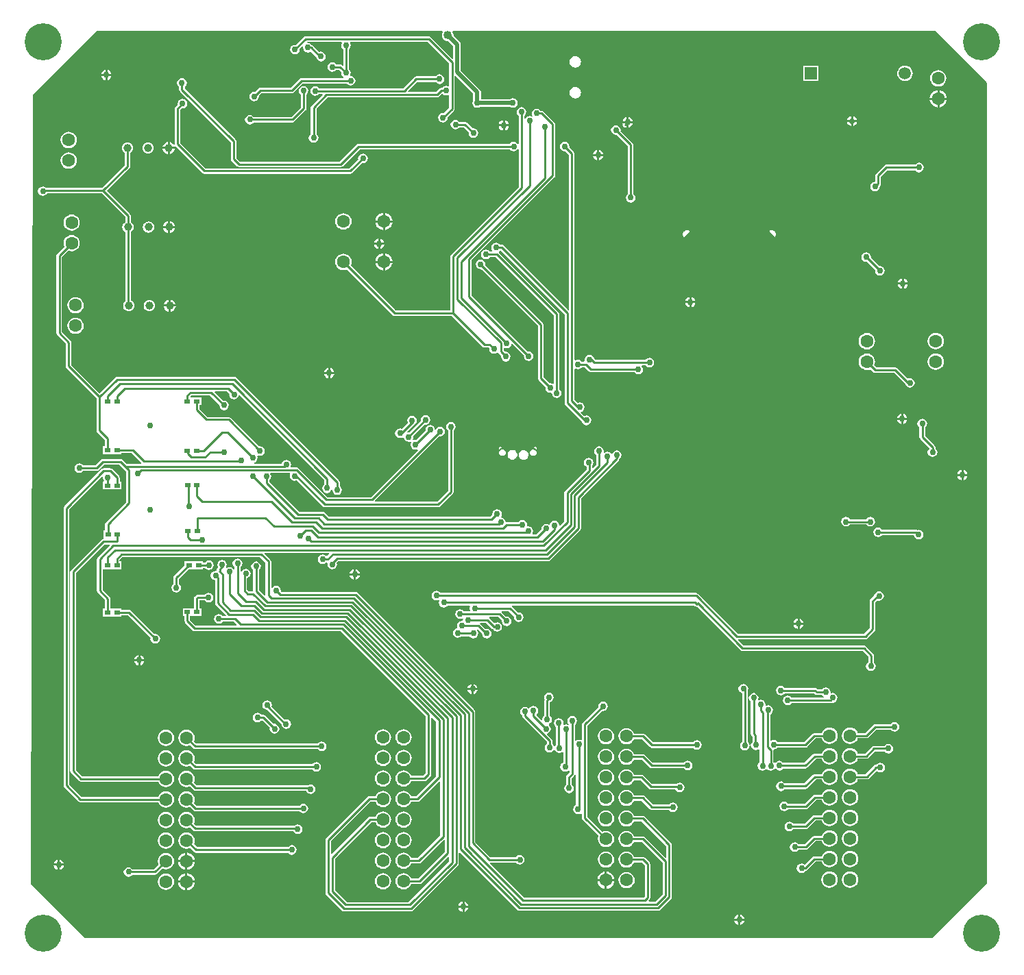
<source format=gbl>
%FSTAX23Y23*%
%MOIN*%
%SFA1B1*%

%IPPOS*%
%ADD14C,0.010000*%
%ADD17C,0.020000*%
%ADD63C,0.062990*%
%ADD64C,0.039370*%
%ADD65C,0.059060*%
%ADD66R,0.059060X0.059060*%
%ADD67C,0.180000*%
%ADD68C,0.027560*%
%ADD69C,0.030000*%
%ADD70C,0.040000*%
%ADD71R,0.029530X0.023620*%
%LNdev_board_pcb-1*%
%LPD*%
G36*
X04242Y05869D02*
X04245Y05864D01*
X04244Y05863*
X04241Y05856*
X0424Y05849*
X04241Y05841*
X04244Y05834*
X04249Y05829*
X04254Y05824*
X04261Y05821*
X04269Y0582*
X04271Y05821*
X04296Y05795*
Y05737*
X04291Y05735*
X04186Y0584*
X04182Y05843*
X04177Y05844*
X03577*
X03571Y05843*
X03567Y0584*
X03529Y05802*
X03526Y05803*
X03517Y05801*
X03509Y05796*
X03504Y05788*
X03502Y0578*
X03504Y05771*
X03509Y05763*
X03517Y05758*
X03526Y05756*
X03534Y05758*
X03542Y05763*
X03547Y05771*
X03549Y0578*
X03548Y05783*
X03562Y05797*
X03566Y05794*
X03565Y05789*
X03567Y0578*
X03572Y05772*
X0358Y05767*
X03589Y05765*
X03597Y05767*
X03603Y05771*
X03629Y05745*
X03631Y05737*
X03636Y05729*
X03644Y05724*
X03653Y05722*
X03661Y05724*
X03669Y05729*
X03674Y05737*
X03676Y05746*
X03674Y05754*
X03669Y05762*
X03661Y05767*
X03653Y05769*
X03644Y05767*
X03614Y05798*
X0361Y05801*
X03608Y05801*
X03605Y05805*
X03597Y0581*
X03589Y05812*
X03587Y05812*
X03584Y05816*
X03585Y05817*
X03753*
X03755Y05812*
X03753Y05808*
X03751Y058*
X03753Y05791*
X03758Y05783*
X03761Y05781*
Y05704*
X03757Y05702*
X03755Y05704*
X03751Y05707*
X03746Y05708*
X03726*
X03724Y05711*
X03716Y05716*
X03708Y05718*
X03699Y05716*
X03691Y05711*
X03686Y05703*
X03684Y05695*
X03686Y05686*
X03691Y05678*
X03699Y05673*
X03708Y05671*
X03716Y05673*
X03724Y05678*
X03726Y05681*
X0374*
X03752Y05669*
X03751Y05666*
X03753Y05657*
X03758Y05649*
X03763Y05646*
X03761Y05641*
X03557*
X03551Y0564*
X03547Y05637*
X03504Y05594*
X03357*
X03351Y05593*
X03347Y0559*
X03331Y05574*
X03328Y05575*
X03319Y05573*
X03311Y05568*
X03306Y0556*
X03304Y05552*
X03306Y05543*
X03311Y05535*
X03319Y0553*
X03328Y05528*
X03336Y0553*
X03344Y05535*
X03349Y05543*
X03351Y05552*
X0335Y05555*
X03362Y05567*
X0351*
X03515Y05568*
X03519Y05571*
X03562Y05614*
X03778*
X0378Y05611*
X03788Y05606*
X03797Y05604*
X03805Y05606*
X03813Y05611*
X03818Y05619*
X0382Y05628*
X03818Y05636*
X03813Y05644*
X03805Y05649*
X03798Y05651*
X03795Y05655*
X03796Y05657*
X03798Y05666*
X03796Y05674*
X03791Y05682*
X03788Y05684*
Y05781*
X03791Y05783*
X03796Y05791*
X03798Y058*
X03796Y05808*
X03794Y05812*
X03796Y05817*
X04171*
X04276Y05712*
Y05603*
X04272Y056*
X0427Y05601*
X04262Y05603*
X04253Y05601*
X04245Y05596*
X04243Y05593*
X04237*
X04231Y05592*
X04227Y05589*
X04211Y05573*
X04078*
X04076Y05577*
X04121Y05622*
X0421*
X04212Y05619*
X0422Y05614*
X04229Y05612*
X04237Y05614*
X04245Y05619*
X0425Y05627*
X04252Y05636*
X0425Y05644*
X04245Y05652*
X04237Y05657*
X04229Y05659*
X0422Y05657*
X04212Y05652*
X0421Y05649*
X04116*
X04111Y05648*
X04106Y05645*
X04052Y05591*
X03642*
X0364Y05594*
X03632Y05599*
X03624Y05601*
X03615Y05599*
X03607Y05594*
X03602Y05586*
X036Y05578*
X03602Y05569*
X03607Y05561*
X03615Y05556*
X03624Y05554*
X03632Y05556*
X0364Y05561*
X03642Y05564*
X03658*
X0366Y0556*
X03607Y05507*
X03604Y05503*
X03603Y05498*
Y05368*
X036Y05366*
X03595Y05358*
X03593Y0535*
X03595Y05341*
X036Y05333*
X03608Y05328*
X03617Y05326*
X03625Y05328*
X03633Y05333*
X03638Y05341*
X0364Y0535*
X03638Y05358*
X03633Y05366*
X0363Y05368*
Y05492*
X03684Y05546*
X04217*
X04222Y05547*
X04226Y0555*
X04239Y05563*
X04245Y05563*
X04253Y05558*
X04262Y05556*
X0427Y05558*
X04272Y05559*
X04276Y05556*
Y05497*
X04249Y0547*
X04246Y05471*
X04237Y05469*
X04229Y05464*
X04224Y05456*
X04222Y05448*
X04224Y05439*
X04229Y05431*
X04237Y05426*
X04246Y05424*
X04254Y05426*
X04262Y05431*
X04267Y05439*
X04269Y05448*
X04268Y05451*
X04299Y05482*
X04302Y05486*
X04303Y05492*
Y05649*
X04307Y05651*
X04393Y05565*
Y05533*
X0439Y05528*
X04388Y0552*
X0439Y05511*
X04395Y05503*
X04403Y05498*
X04412Y05496*
X0442Y05498*
X04425Y05501*
X04572*
X04577Y05498*
X04586Y05496*
X04594Y05498*
X04602Y05503*
X04607Y05511*
X04609Y0552*
X04607Y05528*
X04602Y05536*
X04594Y05541*
X04586Y05543*
X04577Y05541*
X04572Y05538*
X0443*
Y05573*
X04428Y0558*
X04424Y05585*
X04332Y05678*
Y05803*
X04331Y0581*
X04327Y05816*
X04296Y05846*
X04297Y05849*
X04296Y05856*
X04293Y05863*
X04292Y05864*
X04295Y05869*
X0664*
X06892Y05616*
Y01725*
X06844Y01677*
X06624Y01457*
X02506*
X02242Y0172*
X02253Y0556*
X02305Y05612*
X02562Y05869*
X04242*
G37*
%LNdev_board_pcb-2*%
%LPC*%
G36*
X0489Y05747D02*
X04882Y05746D01*
X04876Y05744*
X0487Y05739*
X04865Y05733*
X04863Y05727*
X04862Y0572*
X04863Y05712*
X04865Y05706*
X0487Y057*
X04876Y05695*
X04882Y05693*
X0489Y05692*
X04897Y05693*
X04903Y05695*
X04909Y057*
X04914Y05706*
X04916Y05712*
X04917Y0572*
X04916Y05727*
X04914Y05733*
X04909Y05739*
X04903Y05744*
X04897Y05746*
X0489Y05747*
G37*
G36*
X02614Y0568D02*
Y05661D01*
X02633*
X02632Y05665*
X02627Y05674*
X02618Y05679*
X02614Y0568*
G37*
G36*
X02604D02*
X02599Y05679D01*
X0259Y05674*
X02585Y05665*
X02584Y05661*
X02604*
Y0568*
G37*
G36*
X02633Y05651D02*
X02614D01*
Y05631*
X02618Y05632*
X02627Y05637*
X02632Y05646*
X02633Y05651*
G37*
G36*
X02604D02*
X02584D01*
X02585Y05646*
X0259Y05637*
X02599Y05632*
X02604Y05631*
Y05651*
G37*
G36*
X06072Y05701D02*
X05997D01*
Y05626*
X06072*
Y05701*
G37*
G36*
X06493Y05701D02*
X06483Y057D01*
X06474Y05696*
X06466Y0569*
X0646Y05682*
X06456Y05673*
X06455Y05664*
X06456Y05654*
X0646Y05645*
X06466Y05637*
X06474Y05631*
X06483Y05627*
X06493Y05626*
X06503Y05627*
X06512Y05631*
X0652Y05637*
X06526Y05645*
X06529Y05654*
X06531Y05664*
X06529Y05673*
X06526Y05682*
X0652Y0569*
X06512Y05696*
X06503Y057*
X06493Y05701*
G37*
G36*
X06655Y05679D02*
X06644Y05678D01*
X06635Y05674*
X06626Y05668*
X0662Y05659*
X06616Y0565*
X06615Y0564*
X06616Y05629*
X0662Y0562*
X06626Y05611*
X06635Y05605*
X06644Y05601*
X06655Y056*
X06665Y05601*
X06674Y05605*
X06683Y05611*
X06689Y0562*
X06693Y05629*
X06694Y0564*
X06693Y0565*
X06689Y05659*
X06683Y05668*
X06674Y05674*
X06665Y05678*
X06655Y05679*
G37*
G36*
X0666Y05581D02*
Y05545D01*
X06696*
X06695Y0555*
X06691Y0556*
X06684Y05569*
X06675Y05576*
X06665Y0558*
X0666Y05581*
G37*
G36*
X0665D02*
X06644Y0558D01*
X06634Y05576*
X06625Y05569*
X06618Y0556*
X06614Y0555*
X06613Y05545*
X0665*
Y05581*
G37*
G36*
X0489Y05597D02*
X04882Y05596D01*
X04876Y05594*
X0487Y05589*
X04865Y05583*
X04863Y05577*
X04862Y0557*
X04863Y05562*
X04865Y05556*
X0487Y0555*
X04876Y05545*
X04882Y05543*
X0489Y05542*
X04897Y05543*
X04903Y05545*
X04909Y0555*
X04914Y05556*
X04916Y05562*
X04917Y0557*
X04916Y05577*
X04914Y05583*
X04909Y05589*
X04903Y05594*
X04897Y05596*
X0489Y05597*
G37*
G36*
X06696Y05535D02*
X0666D01*
Y05498*
X06665Y05499*
X06675Y05503*
X06684Y0551*
X06691Y05519*
X06695Y05529*
X06696Y05535*
G37*
G36*
X0665D02*
X06613D01*
X06614Y05529*
X06618Y05519*
X06625Y0551*
X06634Y05503*
X06644Y05499*
X0665Y05498*
Y05535*
G37*
G36*
X02979Y0554D02*
X0297Y05538D01*
X02962Y05533*
X02957Y05525*
X02955Y05517*
X02956Y05512*
X02945Y05501*
X02942Y05497*
X02941Y05492*
Y05319*
X02937Y05317*
X02933Y05322*
X02926Y05326*
X02919Y05329*
X02917Y0533*
Y05306*
X02941*
X02941Y05307*
X02945Y05309*
X03075Y05179*
X03079Y05176*
X03085Y05175*
X03796*
X03801Y05176*
X03805Y05179*
X03853Y05227*
X03857Y05226*
X03865Y05228*
X03873Y05233*
X03878Y05241*
X0388Y0525*
X03878Y05258*
X03873Y05266*
X03865Y05271*
X03857Y05273*
X03848Y05271*
X0384Y05266*
X03835Y05258*
X03833Y0525*
X03834Y05246*
X0379Y05202*
X0309*
X02968Y05324*
Y05486*
X02975Y05494*
X02979Y05493*
X02987Y05495*
X02995Y055*
X03Y05508*
X03002Y05517*
X03Y05525*
X02995Y05533*
X02987Y05538*
X02979Y0554*
G37*
G36*
X03568Y05602D02*
X03559Y056D01*
X03551Y05595*
X03546Y05587*
X03544Y05579*
X03546Y0557*
X03551Y05562*
X03554Y0556*
Y05498*
X03508Y05452*
X03325*
X03323Y05455*
X03315Y0546*
X03307Y05462*
X03298Y0546*
X0329Y05455*
X03285Y05447*
X03283Y05439*
X03285Y0543*
X0329Y05422*
X03298Y05417*
X03307Y05415*
X03315Y05417*
X03323Y05422*
X03325Y05425*
X03514*
X03519Y05426*
X03523Y05429*
X03577Y05483*
X0358Y05487*
X03581Y05493*
Y0556*
X03584Y05562*
X03589Y0557*
X03591Y05579*
X03589Y05587*
X03584Y05595*
X03576Y056*
X03568Y05602*
G37*
G36*
X06241Y05455D02*
Y05437D01*
X06259*
X06258Y05441*
X06253Y05449*
X06245Y05454*
X06241Y05455*
G37*
G36*
X06231D02*
X06226Y05454D01*
X06218Y05449*
X06213Y05441*
X06212Y05437*
X06231*
Y05455*
G37*
G36*
X05149Y0545D02*
Y05431D01*
X05168*
X05167Y05435*
X05162Y05444*
X05153Y05449*
X05149Y0545*
G37*
G36*
X05139D02*
X05134Y05449D01*
X05125Y05444*
X0512Y05435*
X05119Y05431*
X05139*
Y0545*
G37*
G36*
X04547Y05435D02*
Y05416D01*
X04566*
X04565Y0542*
X0456Y05429*
X04551Y05434*
X04547Y05435*
G37*
G36*
X04537D02*
X04532Y05434D01*
X04523Y05429*
X04518Y0542*
X04517Y05416*
X04537*
Y05435*
G37*
G36*
X06259Y05427D02*
X06241D01*
Y05408*
X06245Y05409*
X06253Y05414*
X06258Y05422*
X06259Y05427*
G37*
G36*
X06231D02*
X06212D01*
X06213Y05422*
X06218Y05414*
X06226Y05409*
X06231Y05408*
Y05427*
G37*
G36*
X05168Y05421D02*
X05149D01*
Y05401*
X05153Y05402*
X05162Y05407*
X05167Y05416*
X05168Y05421*
G37*
G36*
X05139D02*
X05119D01*
X0512Y05417*
X05119Y05415*
X0512Y05409*
X05123Y05405*
X05127Y05402*
X05133Y05401*
X05135Y05402*
X05139Y05401*
Y05421*
G37*
G36*
X04566Y05406D02*
X04547D01*
Y05386*
X04551Y05387*
X0456Y05392*
X04565Y05401*
X04566Y05406*
G37*
G36*
X04537D02*
X04517D01*
X04518Y05401*
X04523Y05392*
X04532Y05387*
X04537Y05386*
Y05406*
G37*
G36*
X04307Y05438D02*
X04298Y05436D01*
X0429Y05431*
X04285Y05423*
X04283Y05415*
X04285Y05406*
X0429Y05398*
X04298Y05393*
X04307Y05391*
X04315Y05393*
X04323Y05398*
X04325Y05401*
X04347*
X04371Y05377*
X0437Y05374*
X04372Y05365*
X04377Y05357*
X04385Y05352*
X04394Y0535*
X04402Y05352*
X0441Y05357*
X04415Y05365*
X04417Y05374*
X04415Y05382*
X0441Y0539*
X04402Y05395*
X04394Y05397*
X0439Y05396*
X04362Y05424*
X04358Y05427*
X04353Y05428*
X04325*
X04323Y05431*
X04315Y05436*
X04307Y05438*
G37*
G36*
X02907Y0533D02*
X02904Y05329D01*
X02897Y05326*
X0289Y05322*
X02886Y05315*
X02883Y05308*
X02882Y05306*
X02907*
Y0533*
G37*
G36*
X02426Y05379D02*
X02415Y05378D01*
X02406Y05374*
X02397Y05368*
X02391Y05359*
X02387Y0535*
X02386Y0534*
X02387Y05329*
X02391Y0532*
X02397Y05311*
X02406Y05305*
X02415Y05301*
X02426Y053*
X02436Y05301*
X02445Y05305*
X02454Y05311*
X0246Y0532*
X02464Y05329*
X02465Y0534*
X02464Y0535*
X0246Y05359*
X02454Y05368*
X02445Y05374*
X02436Y05378*
X02426Y05379*
G37*
G36*
X02812Y05328D02*
X02804Y05327D01*
X02798Y05325*
X02792Y0532*
X02787Y05314*
X02785Y05308*
X02784Y05301*
X02785Y05293*
X02787Y05287*
X02792Y05281*
X02798Y05276*
X02804Y05274*
X02812Y05273*
X02819Y05274*
X02825Y05276*
X02831Y05281*
X02836Y05287*
X02838Y05293*
X02839Y05301*
X02838Y05308*
X02836Y05314*
X02831Y0532*
X02825Y05325*
X02819Y05327*
X02812Y05328*
G37*
G36*
X05006Y05291D02*
Y05272D01*
X05025*
X05024Y05276*
X05019Y05285*
X0501Y0529*
X05006Y05291*
G37*
G36*
X04996D02*
X04991Y0529D01*
X04982Y05285*
X04977Y05276*
X04976Y05272*
X04996*
Y05291*
G37*
G36*
X02941Y05296D02*
X02917D01*
Y05271*
X02919Y05272*
X02926Y05275*
X02933Y05279*
X02937Y05286*
X0294Y05293*
X02941Y05296*
G37*
G36*
X02907D02*
X02882D01*
X02883Y05293*
X02886Y05286*
X0289Y05279*
X02897Y05275*
X02904Y05272*
X02907Y05271*
Y05296*
G37*
G36*
X05025Y05262D02*
X05006D01*
Y05242*
X0501Y05243*
X05019Y05248*
X05024Y05257*
X05025Y05262*
G37*
G36*
X04996D02*
X04976D01*
X04977Y05257*
X04982Y05248*
X04991Y05243*
X04996Y05242*
Y05262*
G37*
G36*
X02426Y05279D02*
X02415Y05278D01*
X02406Y05274*
X02397Y05268*
X02391Y05259*
X02387Y0525*
X02386Y0524*
X02387Y05229*
X02391Y0522*
X02397Y05211*
X02406Y05205*
X02415Y05201*
X02426Y052*
X02436Y05201*
X02445Y05205*
X02454Y05211*
X0246Y0522*
X02464Y05229*
X02465Y0524*
X02464Y0525*
X0246Y05259*
X02454Y05268*
X02445Y05274*
X02436Y05278*
X02426Y05279*
G37*
G36*
X06561Y05229D02*
X06552Y05227D01*
X06544Y05222*
X06542Y05219*
X06402*
X06396Y05218*
X06392Y05215*
X06352Y05175*
X06349Y05171*
X06348Y05166*
Y05137*
X06348Y05136*
X06339Y05134*
X06331Y05129*
X06326Y05121*
X06324Y05113*
X06326Y05104*
X06331Y05096*
X06339Y05091*
X06348Y05089*
X06356Y05091*
X06364Y05096*
X06369Y05104*
X06371Y05113*
X0637Y05116*
X06371Y05117*
X06374Y05121*
X06375Y05127*
Y0516*
X06407Y05192*
X06542*
X06544Y05189*
X06552Y05184*
X06561Y05182*
X06569Y05184*
X06577Y05189*
X06582Y05197*
X06584Y05206*
X06582Y05214*
X06577Y05222*
X06569Y05227*
X06561Y05229*
G37*
G36*
X02712Y05328D02*
X02704Y05327D01*
X02698Y05325*
X02692Y0532*
X02687Y05314*
X02685Y05308*
X02684Y05301*
X02685Y05293*
X02687Y05287*
X02692Y05281*
X02698Y05276*
X02698Y05276*
Y05217*
X02587Y05106*
X02317*
X02316Y05107*
X02308Y05112*
X023Y05114*
X02291Y05112*
X02283Y05107*
X02278Y05099*
X02276Y05091*
X02278Y05082*
X02283Y05074*
X02291Y05069*
X023Y05067*
X02308Y05069*
X02316Y05074*
X0232Y05079*
X02587*
X027Y04966*
Y0494*
X027Y0494*
X02694Y04935*
X02689Y04929*
X02687Y04923*
X02686Y04916*
X02687Y04908*
X02689Y04902*
X02694Y04896*
X027Y04891*
X02702Y0489*
Y04557*
X02698Y04553*
X02693Y04547*
X02691Y04541*
X0269Y04534*
X02691Y04526*
X02693Y0452*
X02698Y04514*
X02704Y04509*
X0271Y04507*
X02718Y04506*
X02725Y04507*
X02731Y04509*
X02737Y04514*
X02742Y0452*
X02744Y04526*
X02745Y04534*
X02744Y04541*
X02742Y04547*
X02737Y04553*
X02731Y04558*
X02729Y04559*
Y04892*
X02733Y04896*
X02738Y04902*
X0274Y04908*
X02741Y04916*
X0274Y04923*
X02738Y04929*
X02733Y04935*
X02727Y0494*
X02727Y0494*
Y04972*
X02726Y04977*
X02723Y04981*
X02611Y05093*
X02721Y05202*
X02724Y05206*
X02725Y05212*
Y05276*
X02725Y05276*
X02731Y05281*
X02736Y05287*
X02738Y05293*
X02739Y05301*
X02738Y05308*
X02736Y05314*
X02731Y0532*
X02725Y05325*
X02719Y05327*
X02712Y05328*
G37*
G36*
X05087Y05411D02*
X05078Y05409D01*
X0507Y05404*
X05065Y05396*
X05063Y05388*
X05065Y05379*
X0507Y05371*
X05078Y05366*
X05087Y05364*
X0509Y05365*
X05145Y0531*
Y05077*
X05142Y05075*
X05137Y05067*
X05135Y05059*
X05137Y0505*
X05142Y05042*
X0515Y05037*
X05159Y05035*
X05167Y05037*
X05175Y05042*
X0518Y0505*
X05182Y05059*
X0518Y05067*
X05175Y05075*
X05172Y05077*
Y05316*
X05171Y05321*
X05168Y05325*
X05109Y05384*
X0511Y05388*
X05108Y05396*
X05103Y05404*
X05095Y05409*
X05087Y05411*
G37*
G36*
X03964Y04985D02*
Y04948D01*
X04*
X03999Y04954*
X03995Y04964*
X03988Y04973*
X03979Y0498*
X03969Y04984*
X03964Y04985*
G37*
G36*
X03954D02*
X03948Y04984D01*
X03938Y0498*
X03929Y04973*
X03922Y04964*
X03918Y04954*
X03917Y04948*
X03954*
Y04985*
G37*
G36*
X02919Y04945D02*
Y04921D01*
X02943*
X02942Y04923*
X02939Y0493*
X02935Y04937*
X02928Y04941*
X02921Y04944*
X02919Y04945*
G37*
G36*
X02909D02*
X02906Y04944D01*
X02899Y04941*
X02892Y04937*
X02888Y0493*
X02885Y04923*
X02884Y04921*
X02909*
Y04945*
G37*
G36*
X03762Y04983D02*
X03751Y04982D01*
X03742Y04978*
X03733Y04972*
X03727Y04963*
X03723Y04954*
X03722Y04943*
X03723Y04933*
X03727Y04923*
X03733Y04915*
X03742Y04909*
X03751Y04905*
X03762Y04904*
X03772Y04905*
X03782Y04909*
X0379Y04915*
X03796Y04923*
X038Y04933*
X03801Y04943*
X038Y04954*
X03796Y04963*
X0379Y04972*
X03782Y04978*
X03772Y04982*
X03762Y04983*
G37*
G36*
X04Y04938D02*
X03964D01*
Y04902*
X03969Y04903*
X03979Y04907*
X03988Y04914*
X03995Y04922*
X03999Y04933*
X04Y04938*
G37*
G36*
X03954D02*
X03917D01*
X03918Y04933*
X03922Y04922*
X03929Y04914*
X03938Y04907*
X03948Y04903*
X03954Y04902*
Y04938*
G37*
G36*
X0244Y04977D02*
X02429Y04976D01*
X0242Y04972*
X02411Y04966*
X02405Y04957*
X02401Y04948*
X024Y04938*
X02401Y04927*
X02405Y04918*
X02411Y04909*
X0242Y04903*
X02429Y04899*
X0244Y04898*
X0245Y04899*
X02459Y04903*
X02468Y04909*
X02474Y04918*
X02478Y04927*
X02479Y04938*
X02478Y04948*
X02474Y04957*
X02468Y04966*
X02459Y04972*
X0245Y04976*
X0244Y04977*
G37*
G36*
X05436Y04901D02*
X05429D01*
X05422Y04898*
X05421Y04898*
X05419Y04895*
X05416Y04893*
X05416Y04892*
X05413Y04885*
Y04877*
X05415Y04871*
X05416Y0487*
X05419Y04867*
X05421Y04869*
X05445Y04893*
X05446Y04895*
X05444Y04898*
X05443Y04899*
X05436Y04901*
G37*
G36*
X02814Y04943D02*
X02806Y04942D01*
X028Y0494*
X02794Y04935*
X02789Y04929*
X02787Y04923*
X02786Y04916*
X02787Y04908*
X02789Y04902*
X02794Y04896*
X028Y04891*
X02806Y04889*
X02814Y04888*
X02821Y04889*
X02827Y04891*
X02833Y04896*
X02838Y04902*
X0284Y04908*
X02841Y04916*
X0284Y04923*
X02838Y04929*
X02833Y04935*
X02827Y0494*
X02821Y04942*
X02814Y04943*
G37*
G36*
X02943Y04911D02*
X02919D01*
Y04886*
X02921Y04887*
X02928Y0489*
X02935Y04894*
X02939Y04901*
X02942Y04908*
X02943Y04911*
G37*
G36*
X02909D02*
X02884D01*
X02885Y04908*
X02888Y04901*
X02892Y04894*
X02899Y0489*
X02906Y04887*
X02909Y04886*
Y04911*
G37*
G36*
X0585Y04901D02*
X05842D01*
X05836Y04899*
X05835Y04898*
X05834Y04897*
X05832Y04895*
X05834Y04893*
X05858Y04869*
X0586Y04867*
X05863Y0487*
X05863Y04871*
X05866Y04877*
Y04885*
X05863Y04893*
X0586Y04895*
X05857Y04898*
X05856Y04898*
X0585Y04901*
G37*
G36*
X03941Y04859D02*
Y0484D01*
X0396*
X03959Y04844*
X03954Y04853*
X03945Y04858*
X03941Y04859*
G37*
G36*
X03931D02*
X03926Y04858D01*
X03917Y04853*
X03912Y04844*
X03911Y0484*
X03931*
Y04859*
G37*
G36*
X0396Y0483D02*
X03941D01*
Y0481*
X03945Y04811*
X03954Y04816*
X03959Y04825*
X0396Y0483*
G37*
G36*
X03931D02*
X03911D01*
X03912Y04825*
X03917Y04816*
X03926Y04811*
X03931Y0481*
Y0483*
G37*
G36*
X0244Y04877D02*
X02429Y04876D01*
X0242Y04872*
X02411Y04866*
X02405Y04857*
X02401Y04848*
X024Y04838*
X02401Y04827*
X02404Y04821*
X0237Y04787*
X02367Y04783*
X02366Y04778*
Y04399*
X02367Y04394*
X0237Y0439*
X02411Y04349*
Y04239*
X02412Y04233*
X02415Y04229*
X02561Y04083*
Y03927*
X02562Y03921*
X02565Y03917*
X02602Y0388*
Y03849*
X02593*
Y0381*
X02683*
Y03816*
X02733*
X02779Y0377*
X02777Y03765*
X02722*
X02705*
X02687Y03783*
X02683Y03786*
X02678Y03787*
X02592*
X02586Y03786*
X02582Y03783*
X02556Y03757*
X02496*
X02494Y0376*
X02486Y03765*
X02478Y03767*
X02469Y03765*
X02461Y0376*
X02456Y03752*
X02454Y03744*
X02456Y03735*
X02461Y03727*
X02469Y03722*
X02478Y0372*
X02486Y03722*
X02494Y03727*
X02496Y0373*
X02562*
X02567Y03731*
X02571Y03734*
X02597Y0376*
X02673*
X02705Y03728*
Y03578*
X02607Y03481*
X02604Y03476*
X02603Y03471*
Y03439*
X02594*
Y034*
X0259Y03398*
X02588Y03398*
X02584Y03395*
X02437Y03248*
X02434Y03244*
X02433Y03239*
Y0227*
X02434Y02264*
X02437Y0226*
X02475Y02222*
X02479Y02219*
X02484Y02218*
X02861*
X02864Y02212*
X0287Y02203*
X02878Y02197*
X02888Y02193*
X02898Y02192*
X02908Y02193*
X02918Y02197*
X02926Y02203*
X02933Y02212*
X02937Y02221*
X02938Y02232*
X02937Y02242*
X02933Y02252*
X02926Y0226*
X02918Y02266*
X02908Y0227*
X02898Y02271*
X02888Y0227*
X02878Y02266*
X0287Y0226*
X02864Y02252*
X02861Y02245*
X0249*
X0246Y02275*
Y03233*
X02599Y03372*
X02624*
X02626Y03368*
X02567Y03309*
X02564Y03305*
X02563Y033*
Y03146*
X02564Y0314*
X02567Y03136*
X02601Y03102*
Y03061*
X02592*
Y03022*
X02682*
Y03028*
X02712*
X02824Y02916*
X02823Y02913*
X02825Y02904*
X0283Y02896*
X02838Y02891*
X02847Y02889*
X02855Y02891*
X02863Y02896*
X02868Y02904*
X0287Y02913*
X02868Y02921*
X02863Y02929*
X02855Y02934*
X02847Y02936*
X02843Y02935*
X02727Y03051*
X02723Y03054*
X02718Y03055*
X02682*
Y03061*
X02628*
Y03107*
X02627Y03113*
X02624Y03117*
X0259Y03151*
Y03246*
X02592Y0325*
X02682*
Y0329*
X02673*
Y03296*
X02687Y0331*
X03356*
X03383Y03283*
Y03124*
X03381Y03122*
X03378Y03121*
X0335Y0315*
Y03247*
X03353Y03249*
X03358Y03257*
X0336Y03266*
X03358Y03274*
X03353Y03282*
X03345Y03287*
X03337Y03289*
X03328Y03287*
X0332Y03282*
X03315Y03274*
X03313Y03266*
X03315Y03257*
X0332Y03249*
X03323Y03247*
Y03146*
X03322Y03145*
X03301*
X03293Y03153*
Y03208*
X03295Y03209*
X03303Y03214*
X03308Y03222*
X0331Y03231*
X03308Y03239*
X03303Y03247*
X03295Y03252*
X03287Y03254*
X03278Y03252*
X0327Y03247*
X03265Y03239*
X03265Y03239*
X0326Y0324*
Y03262*
X03263Y03264*
X03268Y03272*
X0327Y03281*
X03268Y03289*
X03263Y03297*
X03255Y03302*
X03247Y03304*
X03238Y03302*
X0323Y03297*
X03225Y03289*
X03223Y03281*
X03225Y03272*
X0323Y03264*
X03233Y03262*
Y03252*
X03228Y0325*
X03225Y03255*
X03217Y0326*
X03209Y03262*
X032Y0326*
X03194Y03256*
X0319Y0326*
X03193Y03265*
X03195Y03274*
X03193Y03282*
X03188Y0329*
X0318Y03295*
X03172Y03297*
X03163Y03295*
X03155Y0329*
X0315Y03282*
X03148Y03274*
X0315Y03265*
X03152Y03262*
X0315Y0326*
X03147Y03256*
X03146Y03251*
Y03247*
X03142Y03243*
X0314Y03244*
X03131Y03242*
X03123Y03237*
X03118Y03229*
X03116Y03221*
X03118Y03212*
X03123Y03204*
X03131Y03199*
X03138Y03197*
Y03086*
X03139Y0308*
X03142Y03076*
X03191Y03027*
X03189Y03023*
X03174*
X03172Y03026*
X03164Y03031*
X03156Y03033*
X03147Y03031*
X03139Y03026*
X03134Y03018*
X03132Y0301*
X03134Y03001*
X03139Y02993*
X03147Y02988*
X03156Y02986*
X03164Y02988*
X03172Y02993*
X03174Y02996*
X03228*
X03242Y02982*
X0324Y02978*
X03042*
X03016Y03004*
Y03023*
X03071*
Y03062*
X03062*
Y03099*
X03087*
X03089Y03096*
X03097Y03091*
X03105Y03089*
X03114Y03091*
X03122Y03096*
X03127Y03104*
X03129Y03113*
X03127Y03121*
X03122Y03129*
X03114Y03134*
X03105Y03136*
X03097Y03134*
X03089Y03129*
X03087Y03126*
X0305*
X03044Y03125*
X0304Y03122*
X03037Y03118*
X03037Y03117*
X03036Y03116*
X03035Y0311*
Y03062*
X02981*
Y03023*
X02989*
Y02999*
X0299Y02993*
X02993Y02989*
X03027Y02955*
X03031Y02952*
X03037Y02951*
X03249*
X03748*
X04162Y02537*
Y02259*
X0415Y02247*
X04092*
X04089Y02253*
X04083Y02262*
X04074Y02268*
X04065Y02272*
X04055Y02273*
X04044Y02272*
X04035Y02268*
X04026Y02262*
X0402Y02253*
X04016Y02244*
X04015Y02233*
X04016Y02223*
X0402Y02214*
X04026Y02205*
X04035Y02199*
X04044Y02195*
X04055Y02194*
X04065Y02195*
X04074Y02199*
X04083Y02205*
X04089Y02214*
X04092Y0222*
X04155*
X04161Y02221*
X04165Y02224*
X04185Y02244*
X04188Y02248*
X04189Y02254*
Y02529*
X04193Y02531*
X04213Y02511*
Y02244*
X04116Y02147*
X04092*
X04089Y02153*
X04083Y02162*
X04074Y02168*
X04065Y02172*
X04055Y02173*
X04044Y02172*
X04035Y02168*
X04026Y02162*
X0402Y02153*
X04016Y02144*
X04015Y02133*
X04016Y02123*
X0402Y02114*
X04026Y02105*
X04035Y02099*
X04044Y02095*
X04055Y02094*
X04065Y02095*
X04074Y02099*
X04083Y02105*
X04089Y02114*
X04092Y0212*
X04121*
X04127Y02121*
X04131Y02124*
X04229Y02222*
X04233Y0222*
Y01957*
X04123Y01847*
X04092*
X04089Y01853*
X04083Y01862*
X04074Y01868*
X04065Y01872*
X04055Y01873*
X04044Y01872*
X04035Y01868*
X04026Y01862*
X0402Y01853*
X04016Y01844*
X04015Y01833*
X04016Y01823*
X0402Y01814*
X04026Y01805*
X04035Y01799*
X04044Y01795*
X04055Y01794*
X04065Y01795*
X04074Y01799*
X04083Y01805*
X04089Y01814*
X04092Y0182*
X04128*
X04134Y01821*
X04138Y01824*
X04251Y01937*
X04255Y01935*
Y01876*
X04126Y01747*
X04092*
X04089Y01753*
X04083Y01762*
X04074Y01768*
X04065Y01772*
X04055Y01773*
X04044Y01772*
X04035Y01768*
X04026Y01762*
X0402Y01753*
X04016Y01744*
X04015Y01733*
X04016Y01723*
X0402Y01714*
X04026Y01705*
X04035Y01699*
X04044Y01695*
X04055Y01694*
X04065Y01695*
X04074Y01699*
X04083Y01705*
X04089Y01714*
X04092Y0172*
X04131*
X04137Y01721*
X04141Y01724*
X04272Y01855*
X04276Y01853*
Y0183*
X04078Y01632*
X03777*
X0372Y01689*
Y01842*
X03898Y0202*
X03917*
X0392Y02014*
X03926Y02005*
X03935Y01999*
X03944Y01995*
X03955Y01994*
X03965Y01995*
X03974Y01999*
X03983Y02005*
X03989Y02014*
X03993Y02023*
X03994Y02033*
X03993Y02044*
X03989Y02053*
X03983Y02062*
X03974Y02068*
X03965Y02072*
X03955Y02073*
X03944Y02072*
X03935Y02068*
X03926Y02062*
X0392Y02053*
X03917Y02047*
X03892*
X03887Y02046*
X03883Y02043*
X03706Y01866*
X03702Y01868*
Y01929*
X03893Y0212*
X03917*
X0392Y02114*
X03926Y02105*
X03935Y02099*
X03944Y02095*
X03955Y02094*
X03965Y02095*
X03974Y02099*
X03983Y02105*
X03989Y02114*
X03993Y02123*
X03994Y02133*
X03993Y02144*
X03989Y02153*
X03983Y02162*
X03974Y02168*
X03965Y02172*
X03955Y02173*
X03944Y02172*
X03935Y02168*
X03926Y02162*
X0392Y02153*
X03917Y02147*
X03887*
X03882Y02146*
X03878Y02143*
X03679Y01944*
X03676Y0194*
X03675Y01935*
Y01676*
X03676Y01671*
X03679Y01667*
X03755Y01591*
X03759Y01588*
X03764Y01587*
X04091*
X04096Y01588*
X041Y01591*
X04319Y0181*
X04322Y01814*
X04323Y01819*
Y01872*
X04327Y01874*
X04607Y01594*
X04611Y01591*
X04617Y0159*
X05292*
X05297Y01591*
X05302Y01594*
X05355Y01647*
X05358Y01652*
X05359Y01657*
Y01911*
X05358Y01916*
X05355Y0192*
X05227Y02048*
X05223Y02051*
X05217Y02052*
X05175*
X05173Y02058*
X05166Y02067*
X05158Y02073*
X05148Y02077*
X05138Y02078*
X05128Y02077*
X05118Y02073*
X0511Y02067*
X05104Y02058*
X051Y02049*
X05098Y02039*
X051Y02028*
X05104Y02019*
X0511Y0201*
X05118Y02004*
X05128Y02*
X05138Y01999*
X05148Y02*
X05158Y02004*
X05166Y0201*
X05173Y02019*
X05175Y02025*
X05212*
X05332Y01905*
Y0185*
X05328Y01848*
X05228Y01948*
X05224Y01951*
X05218Y01952*
X05175*
X05173Y01958*
X05166Y01967*
X05158Y01973*
X05148Y01977*
X05138Y01978*
X05128Y01977*
X05118Y01973*
X0511Y01967*
X05104Y01958*
X051Y01949*
X05098Y01939*
X051Y01928*
X05104Y01919*
X0511Y0191*
X05118Y01904*
X05128Y019*
X05138Y01899*
X05148Y019*
X05158Y01904*
X05166Y0191*
X05173Y01919*
X05175Y01925*
X05213*
X05314Y01824*
Y0167*
X05279Y01635*
X05248*
X05246Y01639*
X0525Y01643*
X05253Y01647*
X05254Y01653*
Y01817*
X05253Y01822*
X0525Y01826*
X05228Y01848*
X05224Y01851*
X05218Y01852*
X05175*
X05173Y01858*
X05166Y01867*
X05158Y01873*
X05148Y01877*
X05138Y01878*
X05128Y01877*
X05118Y01873*
X0511Y01867*
X05104Y01858*
X051Y01849*
X05098Y01839*
X051Y01828*
X05104Y01819*
X0511Y0181*
X05118Y01804*
X05128Y018*
X05138Y01799*
X05148Y018*
X05158Y01804*
X05166Y0181*
X05173Y01819*
X05175Y01825*
X05213*
X05227Y01811*
Y01658*
X05222Y01653*
X0464*
X04474Y01819*
X04476Y01824*
X04601*
X04603Y01821*
X04611Y01816*
X0462Y01814*
X04628Y01816*
X04636Y01821*
X04641Y01829*
X04643Y01838*
X04641Y01846*
X04636Y01854*
X04628Y01859*
X0462Y01861*
X04611Y01859*
X04603Y01854*
X04601Y01851*
X04476*
X04403Y01924*
Y02558*
X04402Y02563*
X04399Y02567*
X0383Y03136*
X03826Y03139*
X03821Y0314*
X03461*
X03457Y03144*
X03458Y03148*
X03456Y03156*
X03451Y03164*
X03444Y03169*
X03435Y03171*
X03426Y03169*
X03418Y03164*
X03415Y03159*
X0341Y03161*
Y03289*
X03409Y03294*
X03406Y03298*
X03377Y03327*
X03379Y03331*
X03692*
X03694Y03327*
X03683Y03316*
X03677Y03316*
X03669Y03321*
X03661Y03323*
X03652Y03321*
X03644Y03316*
X03639Y03308*
X03637Y033*
X03639Y03291*
X03644Y03283*
X03652Y03278*
X03661Y03276*
X03669Y03278*
X03677Y03283*
X03678Y03284*
X03682Y03284*
X03685Y0328*
X03684Y03275*
X03686Y03266*
X03691Y03258*
X03699Y03253*
X03708Y03251*
X03716Y03253*
X03724Y03258*
X03729Y03266*
X03731Y03275*
X03729Y03283*
X03729Y03284*
X03736Y03291*
X04758*
X04763Y03292*
X04767Y03295*
X04913Y03441*
X04916Y03445*
X04917Y0345*
Y03597*
X051Y0378*
X05103Y03784*
X05103Y03786*
X05107Y03789*
X05112Y03797*
X05114Y03806*
X05112Y03814*
X05107Y03822*
X05099Y03827*
X05091Y03829*
X05082Y03827*
X05074Y03822*
X05069Y03814*
X05064Y03814*
X05062Y03816*
X05054Y03821*
X05046Y03823*
X05037Y03821*
X05032Y03818*
X05027Y03821*
X05028Y03826*
X05026Y03834*
X05021Y03842*
X05013Y03847*
X05005Y03849*
X04996Y03847*
X04988Y03842*
X04983Y03834*
X04981Y03826*
X04983Y03817*
X04988Y03809*
X04991Y03807*
Y0376*
X04975Y03743*
X0497Y03745*
Y03754*
X04975Y03762*
X04977Y03771*
X04975Y03779*
X0497Y03787*
X04962Y03792*
X04954Y03794*
X04945Y03792*
X04937Y03787*
X04932Y03779*
X0493Y03771*
X04932Y03762*
X04937Y03754*
X04944Y03749*
Y03737*
X0484Y03634*
X04837Y0363*
X04836Y03625*
Y03485*
X04816Y03464*
X04811Y03466*
X04809Y03473*
X04804Y03481*
X04796Y03486*
X04788Y03488*
X04779Y03486*
X04771Y03481*
X04766Y03473*
X04765Y0347*
X0476Y03468*
X04756Y0347*
X04748Y03472*
X04739Y0347*
X04731Y03465*
X04726Y03457*
X04724Y03449*
X04725Y03445*
X04699Y03419*
X04683*
X04681Y03424*
X04683Y03428*
X04685Y03437*
X04683Y03445*
X04678Y03453*
X0467Y03458*
X04662Y0346*
X04659Y0346*
X04655Y03464*
X04656Y03468*
X04654Y03476*
X04649Y03484*
X04641Y03489*
X04633Y03491*
X04624Y03489*
X04616Y03484*
X04614Y03481*
X04554*
X0455Y0348*
X04548Y03488*
X04543Y03496*
X04535Y03501*
X04531Y03502*
X04528Y03508*
X0453Y03511*
X04532Y0352*
X0453Y03528*
X04525Y03536*
X04517Y03541*
X04509Y03543*
X045Y03541*
X04492Y03536*
X04487Y03528*
X04485Y0352*
X04486Y03516*
X04477Y03507*
X03689*
X0367Y03526*
X03666Y03529*
X03661Y0353*
X03547*
X034Y03677*
Y03684*
X03403Y03686*
X03408Y03694*
X0341Y03703*
X03408Y03711*
X03406Y03714*
X03409Y03719*
X035*
X03503Y03715*
X03502Y03713*
X035Y03705*
X03502Y03696*
X03507Y03688*
X03515Y03683*
X03524Y03681*
X03532Y03683*
X03534Y03684*
X0366Y03557*
X03664Y03554*
X0367Y03553*
X04223*
X04228Y03554*
X04232Y03557*
X04293Y03618*
X04296Y03622*
X04297Y03628*
Y03926*
X043Y03928*
X04305Y03936*
X04307Y03945*
X04305Y03953*
X043Y03961*
X04292Y03966*
X04284Y03968*
X04275Y03966*
X04267Y03961*
X04262Y03953*
X0426Y03945*
X04262Y03936*
X04267Y03928*
X0427Y03926*
Y03633*
X04217Y0358*
X03916*
X03914Y03584*
X04229Y03899*
X04233Y03898*
X04241Y039*
X04249Y03905*
X04254Y03913*
X04256Y03922*
X04254Y0393*
X04249Y03938*
X04241Y03943*
X04233Y03945*
X04224Y03943*
X04216Y03938*
X04212Y03932*
X04207Y03932*
X04206Y03932*
X04205Y03938*
X042Y03946*
X04192Y03951*
X04184Y03953*
X04175Y03951*
X04167Y03946*
X04162Y03938*
X0416Y0393*
X04161Y03925*
X04116Y0388*
X04112Y0388*
X04103Y03879*
X04101Y03877*
X04097Y03881*
X041Y03886*
X04102Y03895*
X04101Y03899*
X04157Y03955*
X04161Y03955*
X0417Y03956*
X04178Y03961*
X04183Y03969*
X04184Y03978*
X04183Y03987*
X04178Y03995*
X0417Y04*
X04161Y04001*
X04152Y04*
X04144Y03995*
X04139Y03987*
X04138Y03978*
X04138Y03974*
X04082Y03917*
X04079Y03918*
X04073Y03917*
X0407Y03921*
X04101Y03952*
X04104Y03953*
X04112Y03958*
X04117Y03966*
X04119Y03975*
X04117Y03983*
X04112Y03991*
X04104Y03996*
X04096Y03998*
X04087Y03996*
X04079Y03991*
X04074Y03983*
X04072Y03975*
X04074Y03966*
X04075Y03964*
X04046Y03935*
X04045Y03935*
X04037Y03937*
X04028Y03935*
X0402Y0393*
X04015Y03922*
X04013Y03914*
X04015Y03905*
X0402Y03897*
X04028Y03892*
X04037Y0389*
X04045Y03892*
X0405Y03895*
X04051Y03895*
X04055Y03892*
X04057Y03886*
X04062Y03878*
X0407Y03873*
X04079Y03871*
X04087Y03873*
X04089Y03874*
X04093Y0387*
X0409Y03866*
X04088Y03857*
X0409Y03848*
X04095Y0384*
X04103Y03835*
X04112Y03833*
X0412Y03835*
X04124Y03831*
X03895Y03602*
X03684*
X03544Y03742*
X0354Y03745*
X03535Y03746*
X03508*
X03505Y0375*
X03506Y03752*
X03508Y03761*
X03506Y03769*
X03501Y03777*
X03493Y03782*
X03485Y03784*
X03476Y03782*
X03468Y03777*
X03463Y03769*
X03462Y03765*
X03328*
X03328Y0377*
X0333Y03771*
X03338Y03776*
X03343Y03784*
X03345Y03793*
X03343Y03801*
X03345Y03803*
X03347Y03805*
X03356Y03803*
X03364Y03805*
X03372Y0381*
X03377Y03818*
X03379Y03827*
X03377Y03835*
X03372Y03843*
X03364Y03848*
X03356Y0385*
X03352Y03849*
X03213Y03988*
X03209Y03991*
X03204Y03992*
X031*
X03061Y04031*
Y04049*
X0307*
Y04088*
X03019*
X03017Y04093*
X03022Y04098*
X03113*
X03159Y04052*
X03158Y04049*
X0316Y0404*
X03165Y04032*
X03173Y04027*
X03182Y04025*
X0319Y04027*
X03198Y04032*
X03203Y0404*
X03205Y04049*
X03203Y04057*
X03198Y04065*
X0319Y0407*
X03182Y04072*
X03178Y04071*
X03135Y04114*
X03137Y04118*
X03194*
X03207Y04105*
X03206Y04102*
X03208Y04093*
X03213Y04085*
X03221Y0408*
X0323Y04078*
X03238Y0408*
X03246Y04085*
X03251Y04093*
X03252Y04096*
X03257Y04098*
X03668Y03686*
Y03664*
X03665Y03662*
X0366Y03654*
X03658Y03646*
X0366Y03637*
X03665Y03629*
X03673Y03624*
X03682Y03622*
X0369Y03624*
X03698Y03629*
X03703Y03637*
X03703Y03637*
X03708Y03637*
X0371Y03628*
X03715Y0362*
X03723Y03615*
X03732Y03613*
X0374Y03615*
X03748Y0362*
X03753Y03628*
X03755Y03637*
X03753Y03645*
X03748Y03653*
X03745Y03655*
Y03673*
X03744Y03678*
X03741Y03682*
X0324Y04183*
X03236Y04186*
X03231Y04187*
X0266*
X02654Y04186*
X0265Y04183*
X02575Y04107*
X02438Y04244*
Y04354*
X02437Y04359*
X02434Y04363*
X02393Y04404*
Y04772*
X02423Y04802*
X02429Y04799*
X0244Y04798*
X0245Y04799*
X02459Y04803*
X02468Y04809*
X02474Y04818*
X02478Y04827*
X02479Y04838*
X02478Y04848*
X02474Y04857*
X02468Y04866*
X02459Y04872*
X0245Y04876*
X0244Y04877*
G37*
G36*
X03964Y04788D02*
Y04752D01*
X04*
X03999Y04757*
X03995Y04767*
X03988Y04776*
X03979Y04783*
X03969Y04787*
X03964Y04788*
G37*
G36*
X03954D02*
X03948Y04787D01*
X03938Y04783*
X03929Y04776*
X03922Y04767*
X03918Y04757*
X03917Y04752*
X03954*
Y04788*
G37*
G36*
X04Y04742D02*
X03964D01*
Y04705*
X03969Y04706*
X03979Y0471*
X03988Y04717*
X03995Y04726*
X03999Y04736*
X04Y04742*
G37*
G36*
X03954D02*
X03917D01*
X03918Y04736*
X03922Y04726*
X03929Y04717*
X03938Y0471*
X03948Y04706*
X03954Y04705*
Y04742*
G37*
G36*
X06305Y04793D02*
X06296Y04791D01*
X06288Y04786*
X06283Y04778*
X06281Y0477*
X06283Y04761*
X06288Y04753*
X06296Y04748*
X06305Y04746*
X06308Y04747*
X06348Y04707*
X06347Y04704*
X06349Y04695*
X06354Y04687*
X06362Y04682*
X06371Y0468*
X06379Y04682*
X06387Y04687*
X06392Y04695*
X06394Y04704*
X06392Y04712*
X06387Y0472*
X06379Y04725*
X06371Y04727*
X06367Y04726*
X06327Y04766*
X06328Y0477*
X06326Y04778*
X06321Y04786*
X06313Y04791*
X06305Y04793*
G37*
G36*
X06487Y04665D02*
Y04646D01*
X06506*
X06505Y0465*
X065Y04659*
X06491Y04664*
X06487Y04665*
G37*
G36*
X06477D02*
X06472Y04664D01*
X06464Y04659*
X06458Y0465*
X06457Y04646*
X06477*
Y04665*
G37*
G36*
X06506Y04636D02*
X06487D01*
Y04616*
X06491Y04617*
X065Y04622*
X06505Y04631*
X06506Y04636*
G37*
G36*
X06477D02*
X06457D01*
X06458Y04631*
X06464Y04622*
X06472Y04617*
X06477Y04616*
Y04636*
G37*
G36*
X05454Y04575D02*
Y04556D01*
X05473*
X05472Y0456*
X05467Y04569*
X05458Y04574*
X05454Y04575*
G37*
G36*
X05444D02*
X05439Y04574D01*
X0543Y04569*
X05425Y0456*
X05424Y04556*
X05444*
Y04575*
G37*
G36*
X02923Y04563D02*
Y04539D01*
X02947*
X02946Y04541*
X02943Y04548*
X02939Y04555*
X02932Y04559*
X02925Y04562*
X02923Y04563*
G37*
G36*
X02913D02*
X0291Y04562D01*
X02903Y04559*
X02896Y04555*
X02892Y04548*
X02889Y04541*
X02888Y04539*
X02913*
Y04563*
G37*
G36*
X05473Y04546D02*
X05454D01*
Y04526*
X05458Y04527*
X05467Y04532*
X05472Y04541*
X05473Y04546*
G37*
G36*
X05444D02*
X05424D01*
X05425Y04541*
X0543Y04532*
X05439Y04527*
X05444Y04526*
Y04546*
G37*
G36*
X04838Y05331D02*
X04829Y05329D01*
X04821Y05324*
X04816Y05316*
X04814Y05308*
X04816Y05299*
X04821Y05291*
X04829Y05286*
X04838Y05284*
X04841Y05285*
X04859Y05267*
Y04513*
X04855Y04511*
X0454Y04826*
X04536Y04829*
X04531Y0483*
X04522*
X0452Y04833*
X04512Y04838*
X04504Y0484*
X04495Y04838*
X04487Y04833*
X04482Y04825*
X0448Y04817*
X04482Y04808*
X04486Y04802*
X04483Y04797*
X04474*
X04472Y048*
X04464Y04805*
X04455Y04807*
X04446Y04805*
X04438Y048*
X04433Y04792*
X04432Y04784*
X04433Y04775*
X04438Y04767*
X04446Y04762*
X04455Y0476*
X04464Y04762*
X04472Y04767*
X04474Y0477*
X04502*
X04785Y04487*
Y04156*
X0478Y04153*
X04777Y04155*
X04768Y04157*
X04764Y04156*
X04734Y04186*
Y04442*
X04733Y04447*
X0473Y04452*
X04451Y04731*
X04452Y04735*
X0445Y04743*
X04445Y04751*
X04437Y04756*
X04429Y04758*
X0442Y04756*
X04412Y04751*
X04407Y04743*
X04405Y04735*
X04407Y04726*
X04412Y04718*
X0442Y04713*
X04429Y04711*
X04432Y04712*
X04707Y04437*
Y04181*
X04708Y04176*
X04711Y04172*
X04745Y04137*
X04745Y04134*
X04746Y04125*
X04751Y04117*
X04759Y04112*
X04768Y0411*
X04772Y04111*
X04775Y04106*
X04777Y04099*
X04782Y04091*
X0479Y04086*
X04799Y04084*
X04807Y04086*
X04815Y04091*
X0482Y04099*
X04822Y04108*
X0482Y04116*
X04815Y04124*
X04812Y04126*
Y04493*
X04811Y04498*
X04808Y04502*
X04518Y04792*
X04517Y04798*
X0452Y048*
X04521Y04801*
X04527Y04802*
X04838Y0449*
Y04059*
X04839Y04053*
X04842Y04049*
X04921Y0397*
X04922Y03967*
X04927Y03959*
X04935Y03954*
X04944Y03952*
X04952Y03954*
X0496Y03959*
X04965Y03967*
X04967Y03976*
X04965Y03984*
X0496Y03992*
X04952Y03997*
X04944Y03999*
X04935Y03997*
X04933Y03996*
X04916Y04013*
X04918Y04017*
X0492Y04018*
X04928Y04023*
X04933Y04031*
X04935Y0404*
X04933Y04048*
X04928Y04056*
X0492Y04061*
X04912Y04063*
X04903Y04061*
X04901Y0406*
X04886Y04075*
Y04225*
X04891Y04228*
X04894Y04226*
X04903Y04224*
X04911Y04226*
X04919Y04231*
X04921Y04234*
X04935*
X04956Y04213*
X0496Y0421*
X04966Y04209*
X05177*
X05179Y04206*
X05187Y04201*
X05196Y04199*
X05204Y04201*
X05212Y04206*
X05217Y04214*
X05219Y04223*
X05217Y04231*
X05213Y04238*
X05214Y04243*
X05231*
X05233Y0424*
X05241Y04235*
X0525Y04233*
X05258Y04235*
X05266Y0424*
X05271Y04248*
X05273Y04257*
X05271Y04265*
X05266Y04273*
X05258Y04278*
X0525Y0428*
X05241Y04278*
X05233Y04273*
X05231Y0427*
X04988*
X04981Y04277*
X0498Y0428*
X04975Y04288*
X04967Y04293*
X04959Y04295*
X0495Y04293*
X04942Y04288*
X04937Y0428*
X04935Y04271*
X04936Y04266*
X04932Y04261*
X04921*
X04919Y04264*
X04911Y04269*
X04903Y04271*
X04894Y04269*
X04891Y04267*
X04886Y0427*
Y05273*
X04885Y05278*
X04882Y05282*
X0486Y05304*
X04861Y05308*
X04859Y05316*
X04854Y05324*
X04846Y05329*
X04838Y05331*
G37*
G36*
X02976Y05641D02*
X02967Y05639D01*
X0296Y05634*
X02955Y05626*
X02953Y05617*
X02955Y05608*
X0296Y05601*
X02963Y05599*
Y05585*
X02964Y0558*
X02967Y05575*
X03215Y05327*
Y05247*
X03216Y05241*
X03219Y05237*
X03244Y05212*
X03248Y05209*
X03254Y05208*
X03749*
X03754Y05209*
X03758Y05212*
X0384Y05294*
X04571*
X04573Y05291*
X04581Y05286*
X0459Y05284*
X04598Y05286*
X04606Y05291*
X04609Y05296*
X04614Y05294*
Y05112*
X04284Y04782*
X04281Y04778*
X0428Y04773*
Y04511*
X04016*
X03797Y0473*
X038Y04736*
X03801Y04747*
X038Y04757*
X03796Y04766*
X0379Y04775*
X03782Y04781*
X03772Y04785*
X03762Y04786*
X03751Y04785*
X03742Y04781*
X03733Y04775*
X03727Y04766*
X03723Y04757*
X03722Y04747*
X03723Y04736*
X03727Y04727*
X03733Y04718*
X03742Y04712*
X03751Y04708*
X03762Y04707*
X03772Y04708*
X03779Y04711*
X04001Y04488*
X04006Y04485*
X04011Y04484*
X04288*
X04438Y04334*
X04442Y04331*
X04447Y0433*
X04467*
X04471Y04326*
X0447Y04323*
X04472Y04314*
X04477Y04306*
X04485Y04301*
X04494Y04299*
X04502Y04301*
X04509Y04305*
X04511Y04305*
X04513Y04305*
X04515Y04304*
X04517Y04301*
X04529Y04289*
X04528Y04286*
X0453Y04277*
X04535Y04269*
X04543Y04264*
X04552Y04262*
X0456Y04264*
X04568Y04269*
X04573Y04277*
X04575Y04286*
X04573Y04294*
X04568Y04302*
X0456Y04307*
X04552Y04309*
X04548Y04308*
X0454Y04316*
Y04327*
X04544Y0433*
X04547Y04328*
X04556Y04326*
X04565Y04328*
X04573Y04333*
X04578Y04341*
X04579Y04346*
X04584Y04347*
X0464Y04291*
X04639Y04288*
X04641Y04279*
X04646Y04271*
X04654Y04266*
X04663Y04264*
X04671Y04266*
X04679Y04271*
X04684Y04279*
X04686Y04288*
X04684Y04296*
X04679Y04304*
X04671Y04309*
X04663Y04311*
X04659Y0431*
X04386Y04583*
Y04756*
X04788Y05158*
X04791Y05162*
X04792Y05167*
Y05416*
X04791Y05421*
X04788Y05425*
X04735Y05478*
X04731Y05481*
X04726Y05482*
X04719*
X04717Y05485*
X04709Y0549*
X04701Y05492*
X04692Y0549*
X04684Y05485*
X04679Y05477*
X04677Y05469*
X04679Y0546*
X04681Y05457*
X04677Y05453*
X04675Y05454*
X04667Y05456*
X04658Y05454*
X0465Y05449*
X04646Y05443*
X04641Y05444*
Y05457*
X04644Y05459*
X04649Y05467*
X04651Y05476*
X04649Y05484*
X04644Y05492*
X04636Y05497*
X04628Y05499*
X04619Y05497*
X04611Y05492*
X04606Y05484*
X04604Y05476*
X04606Y05467*
X04611Y05459*
X04614Y05457*
Y05321*
X04609Y05319*
X04606Y05324*
X04598Y05329*
X0459Y05331*
X04581Y05329*
X04573Y05324*
X04571Y05321*
X03835*
X03829Y0532*
X03825Y05317*
X03743Y05235*
X03259*
X03242Y05252*
Y05333*
X03241Y05338*
X03238Y05342*
X0299Y0559*
Y05599*
X02993Y05601*
X02998Y05608*
X03Y05617*
X02998Y05626*
X02993Y05634*
X02985Y05639*
X02976Y05641*
G37*
G36*
X02818Y04561D02*
X0281Y0456D01*
X02804Y04558*
X02798Y04553*
X02793Y04547*
X02791Y04541*
X0279Y04534*
X02791Y04526*
X02793Y0452*
X02798Y04514*
X02804Y04509*
X0281Y04507*
X02818Y04506*
X02825Y04507*
X02831Y04509*
X02837Y04514*
X02842Y0452*
X02844Y04526*
X02845Y04534*
X02844Y04541*
X02842Y04547*
X02837Y04553*
X02831Y04558*
X02825Y0456*
X02818Y04561*
G37*
G36*
X02947Y04529D02*
X02923D01*
Y04504*
X02925Y04505*
X02932Y04508*
X02939Y04512*
X02943Y04519*
X02946Y04526*
X02947Y04529*
G37*
G36*
X02913D02*
X02888D01*
X02889Y04526*
X02892Y04519*
X02896Y04512*
X02903Y04508*
X0291Y04505*
X02913Y04504*
Y04529*
G37*
G36*
X02459Y04575D02*
X02448Y04574D01*
X02439Y0457*
X0243Y04564*
X02424Y04555*
X0242Y04546*
X02419Y04536*
X0242Y04525*
X02424Y04516*
X0243Y04507*
X02439Y04501*
X02448Y04497*
X02459Y04496*
X02469Y04497*
X02478Y04501*
X02487Y04507*
X02493Y04516*
X02497Y04525*
X02498Y04536*
X02497Y04546*
X02493Y04555*
X02487Y04564*
X02478Y0457*
X02469Y04574*
X02459Y04575*
G37*
G36*
Y04475D02*
X02448Y04474D01*
X02439Y0447*
X0243Y04464*
X02424Y04455*
X0242Y04446*
X02419Y04436*
X0242Y04425*
X02424Y04416*
X0243Y04407*
X02439Y04401*
X02448Y04397*
X02459Y04396*
X02469Y04397*
X02478Y04401*
X02487Y04407*
X02493Y04416*
X02497Y04425*
X02498Y04436*
X02497Y04446*
X02493Y04455*
X02487Y04464*
X02478Y0447*
X02469Y04474*
X02459Y04475*
G37*
G36*
X06643Y04401D02*
X06632Y044D01*
X06623Y04396*
X06614Y0439*
X06608Y04381*
X06604Y04372*
X06603Y04362*
X06604Y04351*
X06608Y04342*
X06614Y04333*
X06623Y04327*
X06632Y04323*
X06643Y04322*
X06653Y04323*
X06662Y04327*
X06671Y04333*
X06677Y04342*
X06681Y04351*
X06682Y04362*
X06681Y04372*
X06677Y04381*
X06671Y0439*
X06662Y04396*
X06653Y044*
X06643Y04401*
G37*
G36*
X06308Y044D02*
X06297Y04399D01*
X06288Y04395*
X06279Y04389*
X06273Y0438*
X06269Y04371*
X06268Y04361*
X06269Y0435*
X06273Y04341*
X06279Y04332*
X06288Y04326*
X06297Y04322*
X06308Y04321*
X06318Y04322*
X06327Y04326*
X06336Y04332*
X06342Y04341*
X06346Y0435*
X06347Y04361*
X06346Y04371*
X06342Y0438*
X06336Y04389*
X06327Y04395*
X06318Y04399*
X06308Y044*
G37*
G36*
X06643Y04301D02*
X06632Y043D01*
X06623Y04296*
X06614Y0429*
X06608Y04281*
X06604Y04272*
X06603Y04262*
X06604Y04251*
X06608Y04242*
X06614Y04233*
X06623Y04227*
X06632Y04223*
X06643Y04222*
X06653Y04223*
X06662Y04227*
X06671Y04233*
X06677Y04242*
X06681Y04251*
X06682Y04262*
X06681Y04272*
X06677Y04281*
X06671Y0429*
X06662Y04296*
X06653Y043*
X06643Y04301*
G37*
G36*
X03698Y0423D02*
Y04211D01*
X03717*
X03716Y04215*
X03711Y04224*
X03702Y04229*
X03698Y0423*
G37*
G36*
X03688D02*
X03683Y04229D01*
X03674Y04224*
X03669Y04215*
X03668Y04211*
X03688*
Y0423*
G37*
G36*
X03717Y04201D02*
X03698D01*
Y04181*
X03702Y04182*
X03711Y04187*
X03716Y04196*
X03717Y04201*
G37*
G36*
X03688D02*
X03668D01*
X03669Y04196*
X03674Y04187*
X03683Y04182*
X03688Y04181*
Y04201*
G37*
G36*
X06308Y043D02*
X06297Y04299D01*
X06288Y04295*
X06279Y04289*
X06273Y0428*
X06269Y04271*
X06268Y04261*
X06269Y0425*
X06273Y04241*
X06279Y04232*
X06288Y04226*
X06297Y04222*
X06308Y04221*
X06318Y04222*
X06324Y04225*
X06339Y0421*
X06343Y04207*
X06349Y04206*
X0644*
X06494Y04152*
X06495Y04149*
X065Y04141*
X06508Y04136*
X06517Y04134*
X06525Y04136*
X06533Y04141*
X06538Y04149*
X0654Y04158*
X06538Y04166*
X06533Y04174*
X06525Y04179*
X06517Y04181*
X06508Y04179*
X06506Y04178*
X06455Y04229*
X06451Y04232*
X06446Y04233*
X06354*
X06343Y04244*
X06346Y0425*
X06347Y04261*
X06346Y04271*
X06342Y0428*
X06336Y04289*
X06327Y04295*
X06318Y04299*
X06308Y043*
G37*
G36*
X06484Y04007D02*
Y03988D01*
X06503*
X06502Y03992*
X06497Y04001*
X06488Y04006*
X06484Y04007*
G37*
G36*
X06474D02*
X06469Y04006D01*
X0646Y04001*
X06455Y03992*
X06454Y03988*
X06474*
Y04007*
G37*
G36*
X06503Y03978D02*
X06484D01*
Y03958*
X06488Y03959*
X06497Y03964*
X06502Y03973*
X06503Y03978*
G37*
G36*
X06474D02*
X06454D01*
X06455Y03973*
X0646Y03964*
X06469Y03959*
X06474Y03958*
Y03978*
G37*
G36*
X04693Y03848D02*
X0469Y03846D01*
X04689Y03845*
X04693Y03842*
X04697Y03838*
X047Y03834*
X04701Y03835*
X04703Y03838*
Y03839*
Y03841*
X04701Y03844*
X04699Y03846*
X04696Y03848*
X04694*
X04693*
G37*
G36*
X04526D02*
X04526D01*
X04523*
X0452Y03846*
X04518Y03844*
X04517Y03841*
Y03838*
X04518Y03835*
X04519Y03834*
X04523Y03838*
X04527Y03842*
X0453Y03845*
X04529Y03846*
X04526Y03848*
G37*
G36*
X04688Y03834D02*
X04681D01*
X04676Y03832*
X04671Y03827*
X04669Y03822*
Y03815*
X04671Y03809*
X04676Y03805*
X04681Y03803*
X04688*
X04693Y03805*
X04698Y03809*
X047Y03815*
Y03822*
X04698Y03827*
X04693Y03832*
X04688Y03834*
G37*
G36*
X04538D02*
X04532D01*
X04526Y03832*
X04522Y03827*
X04519Y03822*
Y03815*
X04522Y03809*
X04526Y03805*
X04532Y03803*
X04538*
X04544Y03805*
X04548Y03809*
X04551Y03815*
Y03822*
X04548Y03827*
X04544Y03832*
X04538Y03834*
G37*
G36*
X06577Y03983D02*
X06568Y03981D01*
X0656Y03976*
X06555Y03968*
X06553Y0396*
X06555Y03951*
X0656Y03943*
X06563Y03941*
Y03895*
X06564Y03889*
X06567Y03885*
X0661Y03842*
X0661Y03837*
X06605Y03829*
X06603Y03821*
X06605Y03812*
X0661Y03804*
X06618Y03799*
X06627Y03797*
X06635Y03799*
X06643Y03804*
X06648Y03812*
X0665Y03821*
X06648Y03829*
X06643Y03837*
X0664Y03839*
Y03845*
X06639Y0385*
X06636Y03854*
X0659Y039*
Y03941*
X06593Y03943*
X06598Y03951*
X066Y0396*
X06598Y03968*
X06593Y03976*
X06585Y03981*
X06577Y03983*
G37*
G36*
X04588Y03832D02*
X04579D01*
X0457Y03829*
X04563Y03822*
X0456Y03813*
Y03804*
X04563Y03795*
X0457Y03789*
X04579Y03785*
X04588*
X04597Y03789*
X04603Y03795*
X04607Y03804*
Y03813*
X04603Y03822*
X04597Y03829*
X04588Y03832*
G37*
G36*
X04642Y03832D02*
X04633D01*
X04624Y03828*
X04617Y03822*
X04614Y03813*
Y03803*
X04617Y03795*
X04624Y03788*
X04633Y03785*
X04642*
X04651Y03788*
X04657Y03795*
X04661Y03803*
Y03813*
X04657Y03822*
X04651Y03828*
X04642Y03832*
G37*
G36*
X06777Y03734D02*
Y03715D01*
X06796*
X06795Y03719*
X0679Y03728*
X06781Y03733*
X06777Y03734*
G37*
G36*
X06767D02*
X06762Y03733D01*
X06753Y03728*
X06748Y03719*
X06747Y03715*
X06767*
Y03734*
G37*
G36*
X06796Y03705D02*
X06777D01*
Y03685*
X06781Y03686*
X0679Y03691*
X06795Y037*
X06796Y03705*
G37*
G36*
X06767D02*
X06747D01*
X06748Y037*
X06753Y03691*
X06762Y03686*
X06767Y03685*
Y03705*
G37*
G36*
X02628Y03743D02*
X02596D01*
X0259Y03742*
X02586Y03739*
X02404Y03557*
X02401Y03553*
X024Y03548*
Y022*
X02401Y02194*
X02404Y0219*
X02472Y02122*
X02476Y02119*
X02481Y02118*
X02861*
X02864Y02112*
X0287Y02103*
X02878Y02097*
X02888Y02093*
X02898Y02092*
X02908Y02093*
X02918Y02097*
X02926Y02103*
X02933Y02112*
X02937Y02121*
X02938Y02132*
X02937Y02142*
X02933Y02152*
X02926Y0216*
X02918Y02166*
X02908Y0217*
X02898Y02171*
X02888Y0217*
X02878Y02166*
X0287Y0216*
X02864Y02152*
X02861Y02145*
X02487*
X02427Y02205*
Y03542*
X02588Y03704*
X02593Y03701*
X02592Y03697*
X02594Y03688*
X02597Y03683*
X02594Y03678*
X02592*
Y03639*
X02683*
Y03678*
X02674*
Y03697*
X02673Y03702*
X0267Y03706*
X02637Y03739*
X02633Y03742*
X02628Y03743*
G37*
G36*
X06324Y03506D02*
X06315Y03504D01*
X06308Y03499*
X06305Y03495*
X06225*
X06222Y03499*
X06215Y03504*
X06206Y03506*
X06197Y03504*
X06189Y03499*
X06184Y03491*
X06182Y03482*
X06184Y03473*
X06189Y03466*
X06197Y03461*
X06206Y03459*
X06215Y03461*
X06222Y03466*
X06225Y03469*
X06305*
X06308Y03466*
X06315Y03461*
X06324Y03459*
X06333Y03461*
X06341Y03466*
X06346Y03473*
X06348Y03482*
X06346Y03491*
X06341Y03499*
X06333Y03504*
X06324Y03506*
G37*
G36*
X06363Y03455D02*
X06354Y03453D01*
X06346Y03448*
X06341Y0344*
X06339Y03432*
X06341Y03423*
X06346Y03415*
X06354Y0341*
X06363Y03408*
X06371Y0341*
X06379Y03415*
X06381Y03418*
X06535*
X06537Y03411*
X06542Y03403*
X0655Y03398*
X06559Y03396*
X06567Y03398*
X06575Y03403*
X0658Y03411*
X06582Y0342*
X0658Y03428*
X06575Y03436*
X06567Y03441*
X06559Y03443*
X06554Y03442*
X06552Y03444*
X06547Y03445*
X06381*
X06379Y03448*
X06371Y03453*
X06363Y03455*
G37*
G36*
X03107Y03295D02*
X03099Y03293D01*
X03091Y03288*
X03089Y03285*
X03079*
Y03291*
X02989*
Y03268*
X02939Y03219*
X02936Y03215*
X02935Y0321*
Y0318*
X02932Y03178*
X02927Y0317*
X02925Y03162*
X02927Y03153*
X02932Y03145*
X0294Y0314*
X02949Y03138*
X02957Y0314*
X02965Y03145*
X0297Y03153*
X02972Y03162*
X0297Y0317*
X02965Y03178*
X02962Y0318*
Y03204*
X0301Y03252*
X03079*
Y03258*
X03089*
X03091Y03255*
X03099Y0325*
X03107Y03248*
X03116Y0325*
X03124Y03255*
X03129Y03263*
X03131Y03272*
X03129Y0328*
X03124Y03288*
X03116Y03293*
X03107Y03295*
G37*
G36*
X03822Y03251D02*
Y03232D01*
X03841*
X0384Y03236*
X03835Y03245*
X03826Y0325*
X03822Y03251*
G37*
G36*
X03812D02*
X03807Y0325D01*
X03798Y03245*
X03793Y03236*
X03792Y03232*
X03812*
Y03251*
G37*
G36*
X03841Y03222D02*
X03822D01*
Y03202*
X03826Y03203*
X03835Y03208*
X0384Y03217*
X03841Y03222*
G37*
G36*
X03812D02*
X03792D01*
X03793Y03217*
X03798Y03208*
X03807Y03203*
X03812Y03202*
Y03222*
G37*
G36*
X04214Y03146D02*
X04205Y03144D01*
X04197Y03139*
X04192Y03131*
X0419Y03123*
X04192Y03114*
X04197Y03106*
X04205Y03101*
X04214Y03099*
X04222Y03101*
X04225Y03103*
X04229Y03099*
X04228Y03097*
X04226Y03089*
X04228Y0308*
X04233Y03072*
X04241Y03067*
X0425Y03065*
X04258Y03067*
X04266Y03072*
X04268Y03075*
X04376*
X04379Y03071*
X04378Y03069*
X04376Y03061*
X04378Y03052*
X04379Y0305*
X04376Y03046*
X04347*
X04345Y03049*
X04337Y03054*
X04329Y03056*
X0432Y03054*
X04312Y03049*
X04307Y03041*
X04305Y03033*
X04307Y03024*
X04312Y03016*
X0432Y03011*
X04329Y03009*
X04337Y03011*
X04339Y03012*
X04344Y03009*
X04343Y03005*
X04343Y03003*
X0434Y02999*
X04338Y03*
X04329Y02998*
X04321Y02993*
X04316Y02985*
X04314Y02977*
X04315Y02969*
X04316Y02968*
X04312Y02964*
X04309Y02963*
X04301Y02958*
X04296Y0295*
X04294Y02942*
X04296Y02933*
X04301Y02925*
X04309Y0292*
X04318Y02918*
X04326Y0292*
X04334Y02925*
X04334Y02925*
X04376*
X04378Y02922*
X04386Y02917*
X04395Y02915*
X04403Y02917*
X04411Y02922*
X04416Y0293*
X04418Y02939*
X04416Y02947*
X04411Y02955*
X0441Y02956*
X04411Y02961*
X04413Y02962*
X04435Y02939*
X04435Y02939*
X04437Y0293*
X04442Y02922*
X0445Y02917*
X04459Y02915*
X04467Y02917*
X04475Y02922*
X0448Y0293*
X04482Y02939*
X0448Y02947*
X04475Y02955*
X04467Y0296*
X04459Y02962*
X04451Y02961*
X04426Y02986*
X04425Y02986*
X04427Y02991*
X04456*
X04486Y02961*
X0449Y02959*
X04493Y02954*
X04501Y02949*
X0451Y02947*
X04518Y02949*
X04526Y02954*
X04531Y02962*
X04533Y02971*
X04531Y02979*
X04526Y02987*
X04518Y02992*
X0451Y02994*
X04501Y02992*
X04496Y02989*
X04471Y03014*
X0447Y03014*
X04472Y03019*
X04516*
X04533Y03002*
X04532Y02999*
X04534Y0299*
X04539Y02982*
X04547Y02977*
X04556Y02975*
X04564Y02977*
X04572Y02982*
X04577Y0299*
X04579Y02999*
X04577Y03007*
X04572Y03015*
X04564Y0302*
X04556Y03022*
X04552Y03021*
X04531Y03042*
X0453Y03042*
X04532Y03047*
X04566*
X04591Y03022*
X0459Y03018*
X04592Y03009*
X04597Y03001*
X04605Y02996*
X04614Y02994*
X04622Y02996*
X0463Y03001*
X04635Y03009*
X04637Y03018*
X04635Y03026*
X0463Y03034*
X04622Y03039*
X04614Y03041*
X0461Y0304*
X04581Y0307*
X0458Y0307*
X04582Y03075*
X05467*
X0547Y03072*
X05474Y03069*
X0548Y03068*
X05482Y03069*
X05693Y02857*
X05697Y02854*
X05703Y02853*
X06288*
X06315Y02826*
Y028*
X0631Y02796*
X06305Y02788*
X06303Y0278*
X06305Y02771*
X0631Y02763*
X06318Y02758*
X06327Y02756*
X06335Y02758*
X06343Y02763*
X06348Y02771*
X0635Y0278*
X06348Y02788*
X06343Y02796*
X06342Y02797*
Y02832*
X06341Y02837*
X06338Y02841*
X06303Y02876*
X06299Y02879*
X06294Y0288*
X05708*
X05681Y02907*
X05683Y02911*
X063*
X06305Y02912*
X06309Y02915*
X06345Y02951*
X06348Y02955*
X06349Y02961*
Y03091*
X06358Y031*
X06367Y03098*
X06375Y031*
X06383Y03105*
X06388Y03113*
X0639Y03122*
X06388Y0313*
X06383Y03138*
X06375Y03143*
X06367Y03145*
X06358Y03143*
X0635Y03138*
X06345Y0313*
X06343Y03123*
X06326Y03106*
X06323Y03102*
X06322Y03097*
Y02966*
X06294Y02938*
X0568*
X05486Y03132*
X05482Y03135*
X05477Y03136*
X04232*
X0423Y03139*
X04222Y03144*
X04214Y03146*
G37*
G36*
X0598Y03011D02*
Y02992D01*
X05999*
X05998Y02996*
X05993Y03005*
X05984Y0301*
X0598Y03011*
G37*
G36*
X0597D02*
X05965Y0301D01*
X05956Y03005*
X05951Y02996*
X0595Y02992*
X0597*
Y03011*
G37*
G36*
X05999Y02982D02*
X0598D01*
Y02962*
X05984Y02963*
X05993Y02968*
X05998Y02977*
X05999Y02982*
G37*
G36*
X0597D02*
X0595D01*
X05951Y02977*
X05956Y02968*
X05965Y02963*
X0597Y02962*
Y02982*
G37*
G36*
X02774Y02833D02*
Y02814D01*
X02793*
X02792Y02818*
X02787Y02827*
X02778Y02832*
X02774Y02833*
G37*
G36*
X02764D02*
X02759Y02832D01*
X0275Y02827*
X02745Y02818*
X02744Y02814*
X02764*
Y02833*
G37*
G36*
X02793Y02804D02*
X02774D01*
Y02784*
X02778Y02785*
X02787Y0279*
X02792Y02799*
X02793Y02804*
G37*
G36*
X02764D02*
X02744D01*
X02745Y02799*
X0275Y0279*
X02759Y02785*
X02764Y02784*
Y02804*
G37*
G36*
X04395Y02693D02*
Y02674D01*
X04414*
X04413Y02678*
X04408Y02687*
X04399Y02692*
X04395Y02693*
G37*
G36*
X04385D02*
X0438Y02692D01*
X04371Y02687*
X04366Y02678*
X04365Y02674*
X04385*
Y02693*
G37*
G36*
X04414Y02664D02*
X04395D01*
Y02644*
X04399Y02645*
X04408Y0265*
X04413Y02659*
X04414Y02664*
G37*
G36*
X04385D02*
X04365D01*
X04366Y02659*
X04371Y0265*
X0438Y02645*
X04385Y02644*
Y02664*
G37*
G36*
X05889Y02685D02*
X0588Y02683D01*
X05872Y02678*
X05867Y0267*
X05865Y02662*
X05867Y02653*
X05872Y02645*
X0588Y0264*
X05889Y02638*
X05897Y0264*
X05905Y02645*
X05907Y02648*
X0605*
X06054Y02644*
X06058Y02641*
X06064Y0264*
X06089*
X06091Y02637*
X06099Y02632*
X06099Y02632*
X06098Y02627*
X05941*
X05939Y0263*
X05931Y02635*
X05923Y02637*
X05914Y02635*
X05906Y0263*
X05901Y02622*
X05899Y02614*
X05901Y02605*
X05906Y02597*
X05914Y02592*
X05923Y0259*
X05931Y02592*
X05939Y02597*
X05941Y026*
X0613*
X06135Y02601*
X06137Y02603*
X06142Y02602*
X0615Y02604*
X06158Y02609*
X06163Y02617*
X06165Y02626*
X06163Y02634*
X06158Y02642*
X0615Y02647*
X06142Y02649*
X06135Y02648*
X06131Y02651*
X06131Y02654*
X06129Y02662*
X06124Y0267*
X06116Y02675*
X06108Y02677*
X06099Y02675*
X06091Y0267*
X06089Y02667*
X06069*
X06065Y02671*
X06061Y02674*
X06056Y02675*
X05907*
X05905Y02678*
X05897Y02683*
X05889Y02685*
G37*
G36*
X04761Y02651D02*
X04752Y02649D01*
X04744Y02644*
X04739Y02636*
X04737Y02628*
X04739Y02619*
X0474Y02617*
X04739Y02614*
Y02539*
X04736Y02537*
X04731Y02529*
X04729Y02521*
X0473Y02517*
X04725Y02515*
X047Y02539*
X04701Y02545*
X04702Y02546*
X04707Y02554*
X04709Y02563*
X04707Y02571*
X04702Y02579*
X04694Y02584*
X04686Y02586*
X04677Y02584*
X04669Y02579*
X04666Y02575*
X0466*
X0466Y02575*
X04652Y0258*
X04644Y02582*
X04635Y0258*
X04627Y02575*
X04622Y02567*
X0462Y02559*
X04622Y0255*
X04627Y02542*
X0463Y0254*
Y02538*
X04631Y02533*
X04634Y02529*
X0475Y02412*
Y02401*
X04747Y02399*
X04742Y02391*
X0474Y02383*
X04742Y02374*
X04747Y02366*
X04755Y02361*
X04764Y02359*
X04772Y02361*
X0478Y02366*
X04785Y02373*
X04788Y02372*
X0479Y02372*
X0479Y02372*
X04795Y02364*
X04803Y02359*
X04812Y02357*
X0482Y02359*
X04826Y02363*
X04831Y0236*
Y02311*
X04831Y02311*
X04823Y02306*
X04818Y02298*
X04816Y0229*
X04818Y02281*
X04823Y02273*
X04831Y02268*
X0484Y02266*
X04848Y02268*
X04855Y02272*
X0486Y02271*
Y0226*
X04849Y02249*
X04846Y02245*
X04845Y0224*
Y02204*
X04842Y02202*
X04837Y02194*
X04835Y02186*
X04837Y02177*
X04842Y02169*
X0485Y02164*
X04859Y02162*
X04867Y02164*
X04875Y02169*
X0488Y02177*
X04882Y02186*
X0488Y02194*
X04875Y02202*
X04872Y02204*
Y02234*
X04883Y02245*
X04886Y02249*
X04887Y02255*
Y02374*
X04892Y02377*
X04893Y02376*
Y02104*
X04886Y02099*
X04881Y02091*
X04879Y02083*
X04881Y02074*
X04886Y02066*
X04894Y02061*
X04903Y02059*
X04911Y02061*
X04916Y02064*
X04921Y02061*
Y02042*
X04922Y02037*
X04925Y02033*
X05002Y01956*
X05Y01949*
X04998Y01939*
X05Y01928*
X05004Y01919*
X0501Y0191*
X05018Y01904*
X05028Y019*
X05038Y01899*
X05048Y019*
X05058Y01904*
X05066Y0191*
X05073Y01919*
X05077Y01928*
X05078Y01939*
X05077Y01949*
X05073Y01958*
X05066Y01967*
X05058Y01973*
X05048Y01977*
X05038Y01978*
X05028Y01977*
X05021Y01974*
X04948Y02048*
Y0249*
X0502Y02562*
X05024Y02561*
X05032Y02563*
X0504Y02568*
X05045Y02576*
X05047Y02585*
X05045Y02593*
X0504Y02601*
X05032Y02606*
X05024Y02608*
X05015Y02606*
X05007Y02601*
X05002Y02593*
X05Y02585*
X05001Y02581*
X04925Y02505*
X04922Y02501*
X04921Y02496*
Y02422*
X04917Y02419*
X04915Y0242*
X04907Y02422*
X04898Y0242*
X04892Y02416*
X04887Y02419*
Y02495*
X0489Y02497*
X04895Y02505*
X04897Y02514*
X04895Y02523*
X0489Y02531*
X04882Y02536*
X04874Y02538*
X04865Y02536*
X04857Y02531*
X04852Y02523*
X0485Y02514*
X04852Y02505*
X04857Y02497*
X04854Y02494*
X04853Y02494*
X04845Y02496*
X04836Y02494*
X04835Y02494*
X04831Y02497*
X04832Y02504*
X0483Y02512*
X04825Y0252*
X04817Y02525*
X04809Y02527*
X048Y02525*
X04792Y0252*
X04787Y02512*
X04785Y02504*
X04787Y02495*
X04792Y02487*
X04795Y02485*
Y02397*
X04795Y02397*
X0479Y0239*
X04787Y02391*
X04785Y02391*
X04785Y02391*
X0478Y02399*
X04777Y02401*
Y02418*
X04776Y02423*
X04773Y02427*
X04752Y02448*
X04754Y02453*
X04755Y02453*
X04763Y02458*
X04768Y02466*
X0477Y02475*
X04768Y02483*
X04763Y02491*
X0476Y02493*
X04761Y02499*
X04761Y02499*
X04769Y02504*
X04774Y02512*
X04776Y02521*
X04774Y02529*
X04769Y02537*
X04766Y02539*
Y02605*
X04769Y02606*
X04777Y02611*
X04782Y02619*
X04784Y02628*
X04782Y02636*
X04777Y02644*
X04769Y02649*
X04761Y02651*
G37*
G36*
X03391Y02614D02*
X03382Y02612D01*
X03374Y02607*
X03369Y02599*
X03367Y02591*
X03369Y02582*
X03374Y02574*
X03382Y02569*
X0339Y02567*
X0346Y02498*
X03462Y02489*
X03467Y02481*
X03474Y02476*
X03483Y02474*
X03492Y02476*
X035Y02481*
X03505Y02489*
X03507Y02498*
X03505Y02506*
X035Y02514*
X03492Y02519*
X03483Y02521*
X03475Y02519*
X03412Y02582*
X03414Y02591*
X03412Y02599*
X03407Y02607*
X03399Y02612*
X03391Y02614*
G37*
G36*
X06443Y02508D02*
X06434Y02506D01*
X06426Y02501*
X06424Y02498*
X06347*
X06341Y02497*
X06337Y02494*
X06298Y02455*
X06263*
X06261Y02462*
X06254Y0247*
X06246Y02476*
X06236Y0248*
X06226Y02482*
X06216Y0248*
X06206Y02476*
X06198Y0247*
X06192Y02462*
X06188Y02452*
X06186Y02442*
X06188Y02431*
X06192Y02422*
X06198Y02414*
X06206Y02407*
X06216Y02403*
X06226Y02402*
X06236Y02403*
X06246Y02407*
X06254Y02414*
X06261Y02422*
X06263Y02429*
X06304*
X06309Y0243*
X06313Y02432*
X06352Y02471*
X06424*
X06426Y02468*
X06434Y02463*
X06443Y02461*
X06451Y02463*
X06459Y02468*
X06464Y02476*
X06466Y02485*
X06464Y02493*
X06459Y02501*
X06451Y02506*
X06443Y02508*
G37*
G36*
X03345Y02553D02*
X03336Y02551D01*
X03328Y02546*
X03323Y02538*
X03321Y0253*
X03323Y02521*
X03328Y02513*
X03336Y02508*
X03345Y02506*
X03353Y02508*
X03361Y02513*
X03362Y02515*
X03368Y02515*
X03404Y02479*
X03403Y02475*
X03405Y02466*
X0341Y02459*
X03418Y02454*
X03427Y02452*
X03435Y02454*
X03443Y02459*
X03448Y02466*
X0345Y02475*
X03448Y02484*
X03443Y02492*
X03435Y02497*
X03427Y02499*
X03423Y02498*
X03382Y02539*
X03377Y02542*
X03372Y02543*
X03363*
X03361Y02546*
X03353Y02551*
X03345Y02553*
G37*
G36*
X05757Y02649D02*
X05748Y02647D01*
X0574Y02642*
X05735Y02634*
X05733Y02626*
X05735Y02617*
X0574Y02609*
X05743Y02607*
Y02451*
X05744Y02445*
X05747Y02441*
X05751Y02437*
Y02413*
X0575Y02412*
X05745Y02404*
X05743Y02396*
X05745Y02387*
X0575Y02379*
X05758Y02374*
X05767Y02372*
X05775Y02374*
X05781Y02378*
X05786Y02375*
Y02313*
X05783Y02311*
X05778Y02303*
X05776Y02295*
X05778Y02286*
X05783Y02278*
X05791Y02273*
X058Y02271*
X05808Y02273*
X05816Y02278*
X05817Y02279*
X05822*
X05823Y02278*
X05831Y02273*
X0584Y02271*
X05848Y02273*
X05856Y02278*
X05858Y02281*
X05864*
X05866Y02279*
X05874Y02274*
X05883Y02272*
X05891Y02274*
X05899Y02279*
X05901Y02282*
X06008*
X06013Y02283*
X06017Y02286*
X0606Y02329*
X06089*
X06092Y02322*
X06098Y02314*
X06106Y02307*
X06116Y02303*
X06126Y02302*
X06136Y02303*
X06146Y02307*
X06154Y02314*
X06161Y02322*
X06165Y02331*
X06166Y02342*
X06165Y02352*
X06161Y02362*
X06154Y0237*
X06146Y02376*
X06136Y0238*
X06126Y02382*
X06116Y0238*
X06106Y02376*
X06098Y0237*
X06092Y02362*
X06089Y02355*
X06054*
X06049Y02354*
X06045Y02351*
X06002Y02309*
X05901*
X05899Y02312*
X05891Y02317*
X05883Y02319*
X05874Y02317*
X05866Y02312*
X05864Y02309*
X05858*
X05856Y02311*
X05853Y02313*
Y02369*
X05854Y02374*
X05862Y02376*
X0587Y02381*
X05872Y02384*
X06009*
X06014Y02385*
X06018Y02388*
X06059Y02429*
X06089*
X06092Y02422*
X06098Y02414*
X06106Y02407*
X06116Y02403*
X06126Y02402*
X06136Y02403*
X06146Y02407*
X06154Y02414*
X06161Y02422*
X06165Y02431*
X06166Y02442*
X06165Y02452*
X06161Y02462*
X06154Y0247*
X06146Y02476*
X06136Y0248*
X06126Y02482*
X06116Y0248*
X06106Y02476*
X06098Y0247*
X06092Y02462*
X06089Y02455*
X06053*
X06048Y02454*
X06044Y02451*
X06003Y02411*
X05872*
X0587Y02414*
X05862Y02419*
X05854Y02421*
X05845Y02419*
X05843Y02418*
X05839Y02421*
Y02545*
X05844Y02549*
X05849Y02557*
X05851Y02566*
X05849Y02574*
X05844Y02582*
X05836Y02587*
X05828Y02589*
X05819Y02587*
X05814Y0259*
X05815Y02593*
X05813Y02601*
X05808Y02609*
X058Y02614*
X05792Y02616*
X05783Y02614*
X05782Y02614*
X0578Y02615*
X05778Y02617*
X0578Y02626*
X05778Y02634*
X05773Y02642*
X05765Y02647*
X05757Y02649*
G37*
G36*
X05038Y02478D02*
X05028Y02477D01*
X05018Y02473*
X0501Y02467*
X05004Y02458*
X05Y02449*
X04998Y02439*
X05Y02428*
X05004Y02419*
X0501Y0241*
X05018Y02404*
X05028Y024*
X05038Y02399*
X05048Y024*
X05058Y02404*
X05066Y0241*
X05073Y02419*
X05077Y02428*
X05078Y02439*
X05077Y02449*
X05073Y02458*
X05066Y02467*
X05058Y02473*
X05048Y02477*
X05038Y02478*
G37*
G36*
X04055Y02473D02*
X04044Y02472D01*
X04035Y02468*
X04026Y02462*
X0402Y02453*
X04016Y02444*
X04015Y02433*
X04016Y02423*
X0402Y02414*
X04026Y02405*
X04035Y02399*
X04044Y02395*
X04055Y02394*
X04065Y02395*
X04074Y02399*
X04083Y02405*
X04089Y02414*
X04093Y02423*
X04094Y02433*
X04093Y02444*
X04089Y02453*
X04083Y02462*
X04074Y02468*
X04065Y02472*
X04055Y02473*
G37*
G36*
X03955D02*
X03944Y02472D01*
X03935Y02468*
X03926Y02462*
X0392Y02453*
X03916Y02444*
X03915Y02433*
X03916Y02423*
X0392Y02414*
X03926Y02405*
X03935Y02399*
X03944Y02395*
X03955Y02394*
X03965Y02395*
X03974Y02399*
X03983Y02405*
X03989Y02414*
X03993Y02423*
X03994Y02433*
X03993Y02444*
X03989Y02453*
X03983Y02462*
X03974Y02468*
X03965Y02472*
X03955Y02473*
G37*
G36*
X02898Y02471D02*
X02888Y0247D01*
X02878Y02466*
X0287Y0246*
X02864Y02452*
X0286Y02442*
X02858Y02432*
X0286Y02421*
X02864Y02412*
X0287Y02403*
X02878Y02397*
X02888Y02393*
X02898Y02392*
X02908Y02393*
X02918Y02397*
X02926Y02403*
X02933Y02412*
X02937Y02421*
X02938Y02432*
X02937Y02442*
X02933Y02452*
X02926Y0246*
X02918Y02466*
X02908Y0247*
X02898Y02471*
G37*
G36*
X05138Y02478D02*
X05128Y02477D01*
X05118Y02473*
X0511Y02467*
X05104Y02458*
X051Y02449*
X05098Y02439*
X051Y02428*
X05104Y02419*
X0511Y0241*
X05118Y02404*
X05128Y024*
X05138Y02399*
X05148Y024*
X05158Y02404*
X05166Y0241*
X05173Y02419*
X05175Y02425*
X05214*
X05253Y02386*
X05257Y02383*
X05263Y02382*
X05462*
X05464Y0238*
X05472Y02375*
X05481Y02373*
X05489Y02375*
X05497Y0238*
X05502Y02388*
X05504Y02397*
X05502Y02405*
X05497Y02413*
X05489Y02418*
X05481Y0242*
X05472Y02418*
X05464Y02413*
X05461Y02409*
X05268*
X05229Y02448*
X05225Y02451*
X05219Y02452*
X05175*
X05173Y02458*
X05166Y02467*
X05158Y02473*
X05148Y02477*
X05138Y02478*
G37*
G36*
X05707Y02694D02*
X05698Y02692D01*
X0569Y02687*
X05685Y02679*
X05683Y02671*
X05685Y02662*
X0569Y02654*
X05698Y02649*
X057Y02648*
Y02411*
X05697Y02409*
X05692Y02401*
X0569Y02393*
X05692Y02384*
X05697Y02376*
X05705Y02371*
X05714Y02369*
X05722Y02371*
X0573Y02376*
X05735Y02384*
X05737Y02393*
X05735Y02401*
X0573Y02409*
X05727Y02411*
Y02659*
X05728Y02662*
X0573Y02671*
X05728Y02679*
X05723Y02687*
X05715Y02692*
X05707Y02694*
G37*
G36*
X02998Y02471D02*
X02988Y0247D01*
X02978Y02466*
X0297Y0246*
X02964Y02452*
X0296Y02442*
X02958Y02432*
X0296Y02421*
X02964Y02412*
X0297Y02403*
X02978Y02397*
X02988Y02393*
X02998Y02392*
X03008Y02393*
X03015Y02396*
X03031Y0238*
X03035Y02377*
X0304Y02376*
X03637*
X03639Y02373*
X03647Y02368*
X03656Y02366*
X03664Y02368*
X03672Y02373*
X03677Y02381*
X03679Y0239*
X03677Y02398*
X03672Y02406*
X03664Y02411*
X03656Y02413*
X03647Y02411*
X03639Y02406*
X03637Y02403*
X03046*
X03034Y02415*
X03037Y02421*
X03038Y02432*
X03037Y02442*
X03033Y02452*
X03026Y0246*
X03018Y02466*
X03008Y0247*
X02998Y02471*
G37*
G36*
X06413Y02402D02*
X06404Y024D01*
X06396Y02395*
X06394Y02392*
X06341*
X06335Y02391*
X06331Y02388*
X06298Y02355*
X06263*
X06261Y02362*
X06254Y0237*
X06246Y02376*
X06236Y0238*
X06226Y02382*
X06216Y0238*
X06206Y02376*
X06198Y0237*
X06192Y02362*
X06188Y02352*
X06186Y02342*
X06188Y02331*
X06192Y02322*
X06198Y02314*
X06206Y02307*
X06216Y02303*
X06226Y02302*
X06236Y02303*
X06246Y02307*
X06254Y02314*
X06261Y02322*
X06263Y02329*
X06304*
X06309Y0233*
X06313Y02332*
X06346Y02365*
X06394*
X06396Y02362*
X06404Y02357*
X06413Y02355*
X06421Y02357*
X06429Y02362*
X06434Y0237*
X06436Y02379*
X06434Y02387*
X06429Y02395*
X06421Y024*
X06413Y02402*
G37*
G36*
X05038Y02378D02*
X05028Y02377D01*
X05018Y02373*
X0501Y02367*
X05004Y02358*
X05Y02349*
X04998Y02339*
X05Y02328*
X05004Y02319*
X0501Y0231*
X05018Y02304*
X05028Y023*
X05038Y02299*
X05048Y023*
X05058Y02304*
X05066Y0231*
X05073Y02319*
X05077Y02328*
X05078Y02339*
X05077Y02349*
X05073Y02358*
X05066Y02367*
X05058Y02373*
X05048Y02377*
X05038Y02378*
G37*
G36*
X04055Y02373D02*
X04044Y02372D01*
X04035Y02368*
X04026Y02362*
X0402Y02353*
X04016Y02344*
X04015Y02333*
X04016Y02323*
X0402Y02314*
X04026Y02305*
X04035Y02299*
X04044Y02295*
X04055Y02294*
X04065Y02295*
X04074Y02299*
X04083Y02305*
X04089Y02314*
X04093Y02323*
X04094Y02333*
X04093Y02344*
X04089Y02353*
X04083Y02362*
X04074Y02368*
X04065Y02372*
X04055Y02373*
G37*
G36*
X03955D02*
X03944Y02372D01*
X03935Y02368*
X03926Y02362*
X0392Y02353*
X03916Y02344*
X03915Y02333*
X03916Y02323*
X0392Y02314*
X03926Y02305*
X03935Y02299*
X03944Y02295*
X03955Y02294*
X03965Y02295*
X03974Y02299*
X03983Y02305*
X03989Y02314*
X03993Y02323*
X03994Y02333*
X03993Y02344*
X03989Y02353*
X03983Y02362*
X03974Y02368*
X03965Y02372*
X03955Y02373*
G37*
G36*
X02898Y02371D02*
X02888Y0237D01*
X02878Y02366*
X0287Y0236*
X02864Y02352*
X0286Y02342*
X02858Y02332*
X0286Y02321*
X02864Y02312*
X0287Y02303*
X02878Y02297*
X02888Y02293*
X02898Y02292*
X02908Y02293*
X02918Y02297*
X02926Y02303*
X02933Y02312*
X02937Y02321*
X02938Y02332*
X02937Y02342*
X02933Y02352*
X02926Y0236*
X02918Y02366*
X02908Y0237*
X02898Y02371*
G37*
G36*
X05138Y02378D02*
X05128Y02377D01*
X05118Y02373*
X0511Y02367*
X05104Y02358*
X051Y02349*
X05098Y02339*
X051Y02328*
X05104Y02319*
X0511Y0231*
X05118Y02304*
X05128Y023*
X05138Y02299*
X05148Y023*
X05158Y02304*
X05166Y0231*
X05173Y02319*
X05175Y02325*
X05212*
X0525Y02287*
X05254Y02284*
X0526Y02283*
X05417*
X05419Y0228*
X05427Y02275*
X05436Y02273*
X05444Y02275*
X05452Y0228*
X05457Y02288*
X05459Y02297*
X05457Y02305*
X05452Y02313*
X05444Y02318*
X05436Y0232*
X05427Y02318*
X05419Y02313*
X05417Y0231*
X05265*
X05227Y02348*
X05223Y02351*
X05217Y02352*
X05175*
X05173Y02358*
X05166Y02367*
X05158Y02373*
X05148Y02377*
X05138Y02378*
G37*
G36*
X02998Y02371D02*
X02988Y0237D01*
X02978Y02366*
X0297Y0236*
X02964Y02352*
X0296Y02342*
X02958Y02332*
X0296Y02321*
X02964Y02312*
X0297Y02303*
X02978Y02297*
X02988Y02293*
X02998Y02292*
X03008Y02293*
X03015Y02296*
X03031Y0228*
X03035Y02277*
X0304Y02276*
X03611*
X03613Y02273*
X03621Y02268*
X0363Y02266*
X03638Y02268*
X03646Y02273*
X03651Y02281*
X03653Y0229*
X03651Y02298*
X03646Y02306*
X03638Y02311*
X0363Y02313*
X03621Y02311*
X03613Y02306*
X03611Y02303*
X03046*
X03034Y02315*
X03037Y02321*
X03038Y02332*
X03037Y02342*
X03033Y02352*
X03026Y0236*
X03018Y02366*
X03008Y0237*
X02998Y02371*
G37*
G36*
X06373Y0231D02*
X06364Y02308D01*
X06356Y02303*
X06354Y023*
X06353*
X06347Y02299*
X06343Y02296*
X06302Y02255*
X06263*
X06261Y02262*
X06254Y0227*
X06246Y02276*
X06236Y0228*
X06226Y02282*
X06216Y0228*
X06206Y02276*
X06198Y0227*
X06192Y02262*
X06188Y02252*
X06186Y02242*
X06188Y02231*
X06192Y02222*
X06198Y02214*
X06206Y02207*
X06216Y02203*
X06226Y02202*
X06236Y02203*
X06246Y02207*
X06254Y02214*
X06261Y02222*
X06263Y02229*
X06308*
X06313Y0223*
X06317Y02232*
X06355Y0227*
X06356Y0227*
X06364Y02265*
X06373Y02263*
X06381Y02265*
X06389Y0227*
X06394Y02278*
X06396Y02287*
X06394Y02295*
X06389Y02303*
X06381Y02308*
X06373Y0231*
G37*
G36*
X06126Y02282D02*
X06116Y0228D01*
X06106Y02276*
X06098Y0227*
X06092Y02262*
X06089Y02255*
X06055*
X0605Y02254*
X06045Y02251*
X06003Y02209*
X05908*
X05906Y02212*
X05898Y02217*
X0589Y02219*
X05881Y02217*
X05873Y02212*
X05868Y02204*
X05866Y02196*
X05868Y02187*
X05873Y02179*
X05881Y02174*
X0589Y02172*
X05898Y02174*
X05906Y02179*
X05908Y02182*
X06009*
X06014Y02183*
X06018Y02186*
X0606Y02229*
X06089*
X06092Y02222*
X06098Y02214*
X06106Y02207*
X06116Y02203*
X06126Y02202*
X06136Y02203*
X06146Y02207*
X06154Y02214*
X06161Y02222*
X06165Y02231*
X06166Y02242*
X06165Y02252*
X06161Y02262*
X06154Y0227*
X06146Y02276*
X06136Y0228*
X06126Y02282*
G37*
G36*
X05038Y02278D02*
X05028Y02277D01*
X05018Y02273*
X0501Y02267*
X05004Y02258*
X05Y02249*
X04998Y02239*
X05Y02228*
X05004Y02219*
X0501Y0221*
X05018Y02204*
X05028Y022*
X05038Y02199*
X05048Y022*
X05058Y02204*
X05066Y0221*
X05073Y02219*
X05077Y02228*
X05078Y02239*
X05077Y02249*
X05073Y02258*
X05066Y02267*
X05058Y02273*
X05048Y02277*
X05038Y02278*
G37*
G36*
X03955Y02273D02*
X03944Y02272D01*
X03935Y02268*
X03926Y02262*
X0392Y02253*
X03916Y02244*
X03915Y02233*
X03916Y02223*
X0392Y02214*
X03926Y02205*
X03935Y02199*
X03944Y02195*
X03955Y02194*
X03965Y02195*
X03974Y02199*
X03983Y02205*
X03989Y02214*
X03993Y02223*
X03994Y02233*
X03993Y02244*
X03989Y02253*
X03983Y02262*
X03974Y02268*
X03965Y02272*
X03955Y02273*
G37*
G36*
X05138Y02278D02*
X05128Y02277D01*
X05118Y02273*
X0511Y02267*
X05104Y02258*
X051Y02249*
X05098Y02239*
X051Y02228*
X05104Y02219*
X0511Y0221*
X05118Y02204*
X05128Y022*
X05138Y02199*
X05148Y022*
X05158Y02204*
X05166Y0221*
X05173Y02219*
X05175Y02225*
X05206*
X05248Y02183*
X05252Y0218*
X05258Y02179*
X05376*
X0538Y02173*
X05388Y02168*
X05397Y02166*
X05405Y02168*
X05413Y02173*
X05418Y02181*
X0542Y0219*
X05418Y02198*
X05413Y02206*
X05405Y02211*
X05397Y02213*
X05388Y02211*
X0538Y02206*
X0538Y02206*
X05263*
X05221Y02248*
X05217Y02251*
X05211Y02252*
X05175*
X05173Y02258*
X05166Y02267*
X05158Y02273*
X05148Y02277*
X05138Y02278*
G37*
G36*
X02998Y02271D02*
X02988Y0227D01*
X02978Y02266*
X0297Y0226*
X02964Y02252*
X0296Y02242*
X02958Y02232*
X0296Y02221*
X02964Y02212*
X0297Y02203*
X02978Y02197*
X02988Y02193*
X02998Y02192*
X03008Y02193*
X03015Y02196*
X03033Y02178*
X03037Y02175*
X03042Y02174*
X0358*
X03581Y02173*
X03586Y02165*
X03594Y0216*
X03603Y02158*
X03611Y0216*
X03619Y02165*
X03624Y02173*
X03626Y02182*
X03624Y0219*
X03619Y02198*
X03611Y02203*
X03603Y02205*
X03594Y02203*
X0359Y02201*
X03048*
X03034Y02215*
X03037Y02221*
X03038Y02232*
X03037Y02242*
X03033Y02252*
X03026Y0226*
X03018Y02266*
X03008Y0227*
X02998Y02271*
G37*
G36*
X06226Y02182D02*
X06216Y0218D01*
X06206Y02176*
X06198Y0217*
X06192Y02162*
X06188Y02152*
X06186Y02142*
X06188Y02131*
X06192Y02122*
X06198Y02114*
X06206Y02107*
X06216Y02103*
X06226Y02102*
X06236Y02103*
X06246Y02107*
X06254Y02114*
X06261Y02122*
X06265Y02131*
X06266Y02142*
X06265Y02152*
X06261Y02162*
X06254Y0217*
X06246Y02176*
X06236Y0218*
X06226Y02182*
G37*
G36*
X06126D02*
X06116Y0218D01*
X06106Y02176*
X06098Y0217*
X06092Y02162*
X06089Y02155*
X06054*
X06049Y02154*
X06045Y02151*
X06004Y02111*
X05924*
X05922Y02114*
X05914Y02119*
X05906Y02121*
X05897Y02119*
X05889Y02114*
X05884Y02106*
X05882Y02098*
X05884Y02089*
X05889Y02081*
X05897Y02076*
X05906Y02074*
X05914Y02076*
X05922Y02081*
X05924Y02084*
X0601*
X06015Y02085*
X06019Y02088*
X0606Y02129*
X06089*
X06092Y02122*
X06098Y02114*
X06106Y02107*
X06116Y02103*
X06126Y02102*
X06136Y02103*
X06146Y02107*
X06154Y02114*
X06161Y02122*
X06165Y02131*
X06166Y02142*
X06165Y02152*
X06161Y02162*
X06154Y0217*
X06146Y02176*
X06136Y0218*
X06126Y02182*
G37*
G36*
X05038Y02178D02*
X05028Y02177D01*
X05018Y02173*
X0501Y02167*
X05004Y02158*
X05Y02149*
X04998Y02139*
X05Y02128*
X05004Y02119*
X0501Y0211*
X05018Y02104*
X05028Y021*
X05038Y02099*
X05048Y021*
X05058Y02104*
X05066Y0211*
X05073Y02119*
X05077Y02128*
X05078Y02139*
X05077Y02149*
X05073Y02158*
X05066Y02167*
X05058Y02173*
X05048Y02177*
X05038Y02178*
G37*
G36*
X05138D02*
X05128Y02177D01*
X05118Y02173*
X0511Y02167*
X05104Y02158*
X051Y02149*
X05098Y02139*
X051Y02128*
X05104Y02119*
X0511Y0211*
X05118Y02104*
X05128Y021*
X05138Y02099*
X05148Y021*
X05158Y02104*
X05166Y0211*
X05173Y02119*
X05175Y02125*
X05212*
X05253Y02084*
X05257Y02081*
X05263Y0208*
X05345*
X05347Y02077*
X05355Y02072*
X05364Y0207*
X05372Y02072*
X0538Y02077*
X05385Y02085*
X05387Y02094*
X05385Y02102*
X0538Y0211*
X05372Y02115*
X05364Y02117*
X05355Y02115*
X05347Y0211*
X05345Y02107*
X05268*
X05227Y02148*
X05223Y02151*
X05217Y02152*
X05175*
X05173Y02158*
X05166Y02167*
X05158Y02173*
X05148Y02177*
X05138Y02178*
G37*
G36*
X02998Y02171D02*
X02988Y0217D01*
X02978Y02166*
X0297Y0216*
X02964Y02152*
X0296Y02142*
X02958Y02132*
X0296Y02121*
X02964Y02112*
X0297Y02103*
X02978Y02097*
X02988Y02093*
X02998Y02092*
X03008Y02093*
X03015Y02096*
X03033Y02078*
X03037Y02075*
X03042Y02074*
X03548*
X0355Y02071*
X03558Y02066*
X03567Y02064*
X03575Y02066*
X03583Y02071*
X03588Y02079*
X0359Y02088*
X03588Y02096*
X03583Y02104*
X03575Y02109*
X03567Y02111*
X03558Y02109*
X0355Y02104*
X03548Y02101*
X03048*
X03034Y02115*
X03037Y02121*
X03038Y02132*
X03037Y02142*
X03033Y02152*
X03026Y0216*
X03018Y02166*
X03008Y0217*
X02998Y02171*
G37*
G36*
X06226Y02082D02*
X06216Y0208D01*
X06206Y02076*
X06198Y0207*
X06192Y02062*
X06188Y02052*
X06186Y02042*
X06188Y02031*
X06192Y02022*
X06198Y02014*
X06206Y02007*
X06216Y02003*
X06226Y02002*
X06236Y02003*
X06246Y02007*
X06254Y02014*
X06261Y02022*
X06265Y02031*
X06266Y02042*
X06265Y02052*
X06261Y02062*
X06254Y0207*
X06246Y02076*
X06236Y0208*
X06226Y02082*
G37*
G36*
X06126D02*
X06116Y0208D01*
X06106Y02076*
X06098Y0207*
X06092Y02062*
X06089Y02055*
X06052*
X06047Y02054*
X06042Y02051*
X06004Y02013*
X05949*
X05947Y02016*
X05939Y02021*
X05931Y02023*
X05922Y02021*
X05914Y02016*
X05909Y02008*
X05907Y02*
X05909Y01991*
X05914Y01983*
X05922Y01978*
X05931Y01976*
X05939Y01978*
X05947Y01983*
X05949Y01986*
X0601*
X06015Y01987*
X06019Y0199*
X06057Y02029*
X06089*
X06092Y02022*
X06098Y02014*
X06106Y02007*
X06116Y02003*
X06126Y02002*
X06136Y02003*
X06146Y02007*
X06154Y02014*
X06161Y02022*
X06165Y02031*
X06166Y02042*
X06165Y02052*
X06161Y02062*
X06154Y0207*
X06146Y02076*
X06136Y0208*
X06126Y02082*
G37*
G36*
X05038Y02078D02*
X05028Y02077D01*
X05018Y02073*
X0501Y02067*
X05004Y02058*
X05Y02049*
X04998Y02039*
X05Y02028*
X05004Y02019*
X0501Y0201*
X05018Y02004*
X05028Y02*
X05038Y01999*
X05048Y02*
X05058Y02004*
X05066Y0201*
X05073Y02019*
X05077Y02028*
X05078Y02039*
X05077Y02049*
X05073Y02058*
X05066Y02067*
X05058Y02073*
X05048Y02077*
X05038Y02078*
G37*
G36*
X04055Y02073D02*
X04044Y02072D01*
X04035Y02068*
X04026Y02062*
X0402Y02053*
X04016Y02044*
X04015Y02033*
X04016Y02023*
X0402Y02014*
X04026Y02005*
X04035Y01999*
X04044Y01995*
X04055Y01994*
X04065Y01995*
X04074Y01999*
X04083Y02005*
X04089Y02014*
X04093Y02023*
X04094Y02033*
X04093Y02044*
X04089Y02053*
X04083Y02062*
X04074Y02068*
X04065Y02072*
X04055Y02073*
G37*
G36*
X02898Y02071D02*
X02888Y0207D01*
X02878Y02066*
X0287Y0206*
X02864Y02052*
X0286Y02042*
X02858Y02032*
X0286Y02021*
X02864Y02012*
X0287Y02003*
X02878Y01997*
X02888Y01993*
X02898Y01992*
X02908Y01993*
X02918Y01997*
X02926Y02003*
X02933Y02012*
X02937Y02021*
X02938Y02032*
X02937Y02042*
X02933Y02052*
X02926Y0206*
X02918Y02066*
X02908Y0207*
X02898Y02071*
G37*
G36*
X02998D02*
X02988Y0207D01*
X02978Y02066*
X0297Y0206*
X02964Y02052*
X0296Y02042*
X02958Y02032*
X0296Y02021*
X02964Y02012*
X0297Y02003*
X02978Y01997*
X02988Y01993*
X02998Y01992*
X03008Y01993*
X03015Y01996*
X03031Y0198*
X03035Y01977*
X0304Y01976*
X03518*
X03522Y0197*
X0353Y01965*
X03539Y01963*
X03547Y01965*
X03555Y0197*
X0356Y01978*
X03562Y01987*
X0356Y01995*
X03555Y02003*
X03547Y02008*
X03539Y0201*
X0353Y02008*
X03522Y02003*
X03522Y02003*
X03046*
X03034Y02015*
X03037Y02021*
X03038Y02032*
X03037Y02042*
X03033Y02052*
X03026Y0206*
X03018Y02066*
X03008Y0207*
X02998Y02071*
G37*
G36*
X06226Y01982D02*
X06216Y0198D01*
X06206Y01976*
X06198Y0197*
X06192Y01962*
X06188Y01952*
X06186Y01942*
X06188Y01931*
X06192Y01922*
X06198Y01914*
X06206Y01907*
X06216Y01903*
X06226Y01902*
X06236Y01903*
X06246Y01907*
X06254Y01914*
X06261Y01922*
X06265Y01931*
X06266Y01942*
X06265Y01952*
X06261Y01962*
X06254Y0197*
X06246Y01976*
X06236Y0198*
X06226Y01982*
G37*
G36*
X06126D02*
X06116Y0198D01*
X06106Y01976*
X06098Y0197*
X06092Y01962*
X06089Y01955*
X06053*
X06048Y01954*
X06044Y01951*
X06005Y01913*
X05975*
X05973Y01916*
X05965Y01921*
X05957Y01923*
X05948Y01921*
X0594Y01916*
X05935Y01908*
X05933Y019*
X05935Y01891*
X0594Y01883*
X05948Y01878*
X05957Y01876*
X05965Y01878*
X05973Y01883*
X05975Y01886*
X06011*
X06016Y01887*
X0602Y0189*
X06059Y01929*
X06089*
X06092Y01922*
X06098Y01914*
X06106Y01907*
X06116Y01903*
X06126Y01902*
X06136Y01903*
X06146Y01907*
X06154Y01914*
X06161Y01922*
X06165Y01931*
X06166Y01942*
X06165Y01952*
X06161Y01962*
X06154Y0197*
X06146Y01976*
X06136Y0198*
X06126Y01982*
G37*
G36*
X04055Y01973D02*
X04044Y01972D01*
X04035Y01968*
X04026Y01962*
X0402Y01953*
X04016Y01944*
X04015Y01933*
X04016Y01923*
X0402Y01914*
X04026Y01905*
X04035Y01899*
X04044Y01895*
X04055Y01894*
X04065Y01895*
X04074Y01899*
X04083Y01905*
X04089Y01914*
X04093Y01923*
X04094Y01933*
X04093Y01944*
X04089Y01953*
X04083Y01962*
X04074Y01968*
X04065Y01972*
X04055Y01973*
G37*
G36*
X03955D02*
X03944Y01972D01*
X03935Y01968*
X03926Y01962*
X0392Y01953*
X03916Y01944*
X03915Y01933*
X03916Y01923*
X0392Y01914*
X03926Y01905*
X03935Y01899*
X03944Y01895*
X03955Y01894*
X03965Y01895*
X03974Y01899*
X03983Y01905*
X03989Y01914*
X03993Y01923*
X03994Y01933*
X03993Y01944*
X03989Y01953*
X03983Y01962*
X03974Y01968*
X03965Y01972*
X03955Y01973*
G37*
G36*
X02898Y01971D02*
X02888Y0197D01*
X02878Y01966*
X0287Y0196*
X02864Y01952*
X0286Y01942*
X02858Y01932*
X0286Y01921*
X02864Y01912*
X0287Y01903*
X02878Y01897*
X02888Y01893*
X02898Y01892*
X02908Y01893*
X02918Y01897*
X02926Y01903*
X02933Y01912*
X02937Y01921*
X02938Y01932*
X02937Y01942*
X02933Y01952*
X02926Y0196*
X02918Y01966*
X02908Y0197*
X02898Y01971*
G37*
G36*
X02998D02*
X02988Y0197D01*
X02978Y01966*
X0297Y0196*
X02964Y01952*
X0296Y01942*
X02958Y01932*
X0296Y01921*
X02964Y01912*
X0297Y01903*
X02978Y01897*
X02988Y01893*
X02998Y01892*
X03008Y01893*
X03015Y01896*
X03035Y01876*
X03039Y01873*
X03044Y01872*
X03492*
X03494Y01869*
X03502Y01864*
X03511Y01862*
X03519Y01864*
X03527Y01869*
X03532Y01877*
X03534Y01886*
X03532Y01894*
X03527Y01902*
X03519Y01907*
X03511Y01909*
X03502Y01907*
X03494Y01902*
X03492Y01899*
X0305*
X03034Y01915*
X03037Y01921*
X03038Y01932*
X03037Y01942*
X03033Y01952*
X03026Y0196*
X03018Y01966*
X03008Y0197*
X02998Y01971*
G37*
G36*
X03003Y01873D02*
Y01837D01*
X03039*
X03038Y01842*
X03034Y01853*
X03028Y01861*
X03019Y01868*
X03009Y01872*
X03003Y01873*
G37*
G36*
X02993D02*
X02987Y01872D01*
X02977Y01868*
X02968Y01861*
X02962Y01853*
X02958Y01842*
X02957Y01837*
X02993*
Y01873*
G37*
G36*
X02383Y01838D02*
Y01819D01*
X02402*
X02401Y01823*
X02396Y01832*
X02387Y01837*
X02383Y01838*
G37*
G36*
X02373D02*
X02368Y01837D01*
X02359Y01832*
X02354Y01823*
X02353Y01819*
X02373*
Y01838*
G37*
G36*
X06226Y01882D02*
X06216Y0188D01*
X06206Y01876*
X06198Y0187*
X06192Y01862*
X06188Y01852*
X06186Y01842*
X06188Y01831*
X06192Y01822*
X06198Y01814*
X06206Y01807*
X06216Y01803*
X06226Y01802*
X06236Y01803*
X06246Y01807*
X06254Y01814*
X06261Y01822*
X06265Y01831*
X06266Y01842*
X06265Y01852*
X06261Y01862*
X06254Y0187*
X06246Y01876*
X06236Y0188*
X06226Y01882*
G37*
G36*
X06126D02*
X06116Y0188D01*
X06106Y01876*
X06098Y0187*
X06092Y01862*
X06089Y01855*
X06052*
X06047Y01854*
X06043Y01851*
X06005Y01814*
X05998Y01818*
X0599Y0182*
X05981Y01818*
X05973Y01813*
X05968Y01805*
X05966Y01797*
X05968Y01788*
X05973Y0178*
X05981Y01775*
X0599Y01773*
X05998Y01775*
X06006Y0178*
X06009Y01784*
X06012Y01784*
X06016Y01787*
X06058Y01829*
X06089*
X06092Y01822*
X06098Y01814*
X06106Y01807*
X06116Y01803*
X06126Y01802*
X06136Y01803*
X06146Y01807*
X06154Y01814*
X06161Y01822*
X06165Y01831*
X06166Y01842*
X06165Y01852*
X06161Y01862*
X06154Y0187*
X06146Y01876*
X06136Y0188*
X06126Y01882*
G37*
G36*
X05038Y01878D02*
X05028Y01877D01*
X05018Y01873*
X0501Y01867*
X05004Y01858*
X05Y01849*
X04998Y01839*
X05Y01828*
X05004Y01819*
X0501Y0181*
X05018Y01804*
X05028Y018*
X05038Y01799*
X05048Y018*
X05058Y01804*
X05066Y0181*
X05073Y01819*
X05077Y01828*
X05078Y01839*
X05077Y01849*
X05073Y01858*
X05066Y01867*
X05058Y01873*
X05048Y01877*
X05038Y01878*
G37*
G36*
X03955Y01873D02*
X03944Y01872D01*
X03935Y01868*
X03926Y01862*
X0392Y01853*
X03916Y01844*
X03915Y01833*
X03916Y01823*
X0392Y01814*
X03926Y01805*
X03935Y01799*
X03944Y01795*
X03955Y01794*
X03965Y01795*
X03974Y01799*
X03983Y01805*
X03989Y01814*
X03993Y01823*
X03994Y01833*
X03993Y01844*
X03989Y01853*
X03983Y01862*
X03974Y01868*
X03965Y01872*
X03955Y01873*
G37*
G36*
X02898Y01871D02*
X02888Y0187D01*
X02878Y01866*
X0287Y0186*
X02864Y01852*
X0286Y01842*
X02858Y01832*
X0286Y01821*
X02862Y01815*
X02839Y01792*
X02735*
X02733Y01795*
X02725Y018*
X02717Y01802*
X02708Y018*
X027Y01795*
X02695Y01787*
X02693Y01779*
X02695Y0177*
X027Y01762*
X02708Y01757*
X02717Y01755*
X02725Y01757*
X02733Y01762*
X02735Y01765*
X02845*
X0285Y01766*
X02854Y01769*
X02881Y01796*
X02888Y01793*
X02898Y01792*
X02908Y01793*
X02918Y01797*
X02926Y01803*
X02933Y01812*
X02937Y01821*
X02938Y01832*
X02937Y01842*
X02933Y01852*
X02926Y0186*
X02918Y01866*
X02908Y0187*
X02898Y01871*
G37*
G36*
X03039Y01827D02*
X03003D01*
Y0179*
X03009Y01791*
X03019Y01795*
X03028Y01802*
X03034Y01811*
X03038Y01821*
X03039Y01827*
G37*
G36*
X02993D02*
X02957D01*
X02958Y01821*
X02962Y01811*
X02968Y01802*
X02977Y01795*
X02987Y01791*
X02993Y0179*
Y01827*
G37*
G36*
X02402Y01809D02*
X02383D01*
Y01789*
X02387Y0179*
X02396Y01795*
X02401Y01804*
X02402Y01809*
G37*
G36*
X02373D02*
X02353D01*
X02354Y01804*
X02359Y01795*
X02368Y0179*
X02373Y01789*
Y01809*
G37*
G36*
X05043Y0178D02*
Y01744D01*
X05079*
X05078Y01749*
X05074Y01759*
X05068Y01768*
X05059Y01775*
X05049Y01779*
X05043Y0178*
G37*
G36*
X05033D02*
X05027Y01779D01*
X05017Y01775*
X05008Y01768*
X05002Y01759*
X04998Y01749*
X04997Y01744*
X05033*
Y0178*
G37*
G36*
X03003Y01773D02*
Y01737D01*
X03039*
X03038Y01742*
X03034Y01753*
X03028Y01761*
X03019Y01768*
X03009Y01772*
X03003Y01773*
G37*
G36*
X02993D02*
X02987Y01772D01*
X02977Y01768*
X02968Y01761*
X02962Y01753*
X02958Y01742*
X02957Y01737*
X02993*
Y01773*
G37*
G36*
X06226Y01782D02*
X06216Y0178D01*
X06206Y01776*
X06198Y0177*
X06192Y01762*
X06188Y01752*
X06186Y01742*
X06188Y01731*
X06192Y01722*
X06198Y01714*
X06206Y01707*
X06216Y01703*
X06226Y01702*
X06236Y01703*
X06246Y01707*
X06254Y01714*
X06261Y01722*
X06265Y01731*
X06266Y01742*
X06265Y01752*
X06261Y01762*
X06254Y0177*
X06246Y01776*
X06236Y0178*
X06226Y01782*
G37*
G36*
X06126D02*
X06116Y0178D01*
X06106Y01776*
X06098Y0177*
X06092Y01762*
X06088Y01752*
X06086Y01742*
X06088Y01731*
X06092Y01722*
X06098Y01714*
X06106Y01707*
X06116Y01703*
X06126Y01702*
X06136Y01703*
X06146Y01707*
X06154Y01714*
X06161Y01722*
X06165Y01731*
X06166Y01742*
X06165Y01752*
X06161Y01762*
X06154Y0177*
X06146Y01776*
X06136Y0178*
X06126Y01782*
G37*
G36*
X05138Y01778D02*
X05128Y01777D01*
X05118Y01773*
X0511Y01767*
X05104Y01758*
X051Y01749*
X05098Y01739*
X051Y01728*
X05104Y01719*
X0511Y0171*
X05118Y01704*
X05128Y017*
X05138Y01699*
X05148Y017*
X05158Y01704*
X05166Y0171*
X05173Y01719*
X05177Y01728*
X05178Y01739*
X05177Y01749*
X05173Y01758*
X05166Y01767*
X05158Y01773*
X05148Y01777*
X05138Y01778*
G37*
G36*
X05079Y01734D02*
X05043D01*
Y01697*
X05049Y01698*
X05059Y01702*
X05068Y01709*
X05074Y01718*
X05078Y01728*
X05079Y01734*
G37*
G36*
X05033D02*
X04997D01*
X04998Y01728*
X05002Y01718*
X05008Y01709*
X05017Y01702*
X05027Y01698*
X05033Y01697*
Y01734*
G37*
G36*
X03955Y01773D02*
X03944Y01772D01*
X03935Y01768*
X03926Y01762*
X0392Y01753*
X03916Y01744*
X03915Y01733*
X03916Y01723*
X0392Y01714*
X03926Y01705*
X03935Y01699*
X03944Y01695*
X03955Y01694*
X03965Y01695*
X03974Y01699*
X03983Y01705*
X03989Y01714*
X03993Y01723*
X03994Y01733*
X03993Y01744*
X03989Y01753*
X03983Y01762*
X03974Y01768*
X03965Y01772*
X03955Y01773*
G37*
G36*
X02898Y01771D02*
X02888Y0177D01*
X02878Y01766*
X0287Y0176*
X02864Y01752*
X0286Y01742*
X02858Y01732*
X0286Y01721*
X02864Y01712*
X0287Y01703*
X02878Y01697*
X02888Y01693*
X02898Y01692*
X02908Y01693*
X02918Y01697*
X02926Y01703*
X02933Y01712*
X02937Y01721*
X02938Y01732*
X02937Y01742*
X02933Y01752*
X02926Y0176*
X02918Y01766*
X02908Y0177*
X02898Y01771*
G37*
G36*
X03039Y01727D02*
X03003D01*
Y0169*
X03009Y01691*
X03019Y01695*
X03028Y01702*
X03034Y01711*
X03038Y01721*
X03039Y01727*
G37*
G36*
X02993D02*
X02957D01*
X02958Y01721*
X02962Y01711*
X02968Y01702*
X02977Y01695*
X02987Y01691*
X02993Y0169*
Y01727*
G37*
G36*
X0435Y01634D02*
Y01615D01*
X04369*
X04368Y01619*
X04363Y01628*
X04354Y01633*
X0435Y01634*
G37*
G36*
X0434D02*
X04335Y01633D01*
X04326Y01628*
X04321Y01619*
X0432Y01615*
X0434*
Y01634*
G37*
G36*
X04369Y01605D02*
X0435D01*
Y01585*
X04354Y01586*
X04363Y01591*
X04368Y016*
X04369Y01605*
G37*
G36*
X0434D02*
X0432D01*
X04321Y016*
X04326Y01591*
X04335Y01586*
X0434Y01585*
Y01605*
G37*
G36*
X05693Y01571D02*
Y01552D01*
X05712*
X05711Y01556*
X05706Y01565*
X05697Y0157*
X05693Y01571*
G37*
G36*
X05683D02*
X05678Y0157D01*
X05669Y01565*
X05664Y01556*
X05663Y01552*
X05683*
Y01571*
G37*
G36*
X05712Y01542D02*
X05693D01*
Y01522*
X05697Y01523*
X05706Y01528*
X05711Y01537*
X05712Y01542*
G37*
G36*
X05683D02*
X05663D01*
X05664Y01537*
X05669Y01528*
X05678Y01523*
X05683Y01522*
Y01542*
G37*
%LNdev_board_pcb-3*%
%LPD*%
G54D14*
X06308Y04261D02*
X06349Y0422D01*
X06446*
X02716Y04536D02*
X02718Y04534D01*
X02716Y04536D02*
Y04914D01*
X02714Y04916D02*
X02716Y04914D01*
X02593Y05093D02*
X02714Y04972D01*
Y04916D02*
Y04972D01*
X02593Y05093D02*
X02712Y05212D01*
Y05301*
X03522Y03715D02*
X0367Y03567D01*
X0238Y04399D02*
Y04778D01*
X0244Y04838*
X0238Y04399D02*
X02425Y04354D01*
Y04239D02*
Y04354D01*
X04011Y04498D02*
X04294D01*
X03762Y04747D02*
X04011Y04498D01*
X02949Y03162D02*
Y0321D01*
X03011Y03272*
X02718Y03041D02*
X02847Y02913D01*
X0266Y03041D02*
X02718D01*
X03119Y04112D02*
X03182Y04049D01*
X03017Y04112D02*
X03119D01*
X03114Y03821D02*
X0318D01*
X03089Y03796D02*
X03114Y03821D01*
X03017Y03394D02*
X03076D01*
X03005Y03406D02*
X03017Y03394D01*
X03005Y03406D02*
Y03437D01*
X03262Y03778D02*
X03266Y03782D01*
X02791Y03778D02*
X03262D01*
X02739Y03829D02*
X02791Y03778D01*
X03004Y03813D02*
Y03829D01*
Y03813D02*
X03021Y03796D01*
X03089*
X03197Y03918D02*
X03322Y03793D01*
X03171Y03918D02*
X03197D01*
X03082Y03828D02*
X03171Y03918D01*
X03047Y03828D02*
X03082D01*
X03074Y03579D02*
X03412D01*
X03047Y03606D02*
X03074Y03579D01*
X03047Y03606D02*
Y03656D01*
X03008Y0356D02*
X03012Y03557D01*
X03008Y0356D02*
Y03655D01*
X03004Y0366D02*
X03008Y03655D01*
X02779Y03733D02*
X03535D01*
X02762Y03716D02*
X02779Y03733D01*
X02616Y03659D02*
Y03697D01*
X02617Y03419D02*
Y03471D01*
X02718Y03573*
Y03734*
X027Y03752D02*
X02718Y03734D01*
X03387Y03672D02*
Y03703D01*
X03322D02*
Y03704D01*
X0367Y03567D02*
X04223D01*
X04284Y03628*
X02478Y03744D02*
X02562D01*
X02592Y03774*
X04237Y0558D02*
X04262D01*
X04217Y0556D02*
X04237Y0558D01*
X0429Y05492D02*
Y05718D01*
X04246Y05448D02*
X0429Y05492D01*
X04177Y05831D02*
X0429Y05718D01*
X03679Y0556D02*
X04217D01*
X03605Y05789D02*
X03653Y05741D01*
X03357Y05581D02*
X0351D01*
X03328Y05552D02*
X03357Y05581D01*
X03307Y05439D02*
X03514D01*
X03568Y05493*
X03617Y0535D02*
Y05498D01*
X03679Y0556*
X03577Y05831D02*
X04177D01*
X03526Y0578D02*
X03577Y05831D01*
X04058Y05578D02*
X04116Y05636D01*
X03624Y05578D02*
X04058D01*
X03746Y05695D02*
X03775Y05666D01*
X03708Y05695D02*
X03746D01*
X04116Y05636D02*
X04229D01*
X02845Y01779D02*
X02898Y01832D01*
X02717Y01779D02*
X02845D01*
X04321Y02939D02*
X04395D01*
X04318Y02942D02*
X04321Y02939D01*
X04935Y02496D02*
X05024Y02585D01*
X04935Y02042D02*
Y02496D01*
Y02042D02*
X05038Y01939D01*
X05923Y02614D02*
X0613D01*
X06142Y02626*
X06064Y02654D02*
X06108D01*
X06056Y02662D02*
X06064Y02654D01*
X05889Y02662D02*
X06056D01*
X06009Y02398D02*
X06053Y02442D01*
X06126*
X06007Y01797D02*
X06052Y01842D01*
X06126*
X06011Y019D02*
X06053Y01942D01*
X06126*
X06008Y02296D02*
X06054Y02342D01*
X06126*
X06009Y02196D02*
X06055Y02242D01*
X06126*
X0601Y02D02*
X06052Y02042D01*
X06126*
X06054Y02142D02*
X06126D01*
X04761Y02622D02*
Y02628D01*
X04753Y02614D02*
X04761Y02622D01*
X04753Y02521D02*
Y02614D01*
X04764Y02383D02*
Y02418D01*
X04644Y02538D02*
X04764Y02418D01*
X04644Y02538D02*
Y02559D01*
X04845Y02295D02*
Y02473D01*
X0484Y0229D02*
X04845Y02295D01*
X04859Y02186D02*
Y0224D01*
X04874Y02255*
Y02514*
X04353Y05415D02*
X04394Y05374D01*
X04307Y05415D02*
X04353D01*
X03684Y03494D02*
X04483D01*
X04509Y0352*
X04044Y03914D02*
X041Y0397D01*
X04079Y03896D02*
X04161Y03978D01*
X04284Y03628D02*
Y03945D01*
X039Y03589D02*
X04233Y03922D01*
X03679Y03589D02*
X039D01*
X03391Y02586D02*
X03483Y02493D01*
X02615Y03829D02*
Y03886D01*
X02575Y03927D02*
X02615Y03886D01*
X0266Y03302D02*
X02682Y03324D01*
X0266Y0327D02*
Y03302D01*
X0265Y03345D02*
X0268D01*
X02615Y0331D02*
X0265Y03345D01*
X02615Y0327D02*
Y0331D01*
X03095Y03979D02*
X03204D01*
X03356Y03827*
X03047Y04026D02*
X03095Y03979D01*
X03047Y04026D02*
Y04068D01*
X0305*
X03535Y03733D02*
X03679Y03589D01*
X04447Y04344D02*
X04472D01*
X04294Y04498D02*
X04447Y04344D01*
X04472D02*
X04494Y04323D01*
X04429Y04735D02*
X04721Y04442D01*
Y04181D02*
Y04442D01*
Y04181D02*
X04768Y04134D01*
X06226Y02442D02*
X06304D01*
X06226Y02242D02*
X06308D01*
X05219Y02439D02*
X05263Y02396D01*
X05138Y02439D02*
X05219D01*
X05217Y02339D02*
X0526Y02297D01*
X05138Y02339D02*
X05217D01*
X05211Y02239D02*
X05258Y02193D01*
X05138Y02239D02*
X05211D01*
X05217Y02139D02*
X05263Y02094D01*
X05138Y02139D02*
X05217D01*
X05138Y02039D02*
X05217D01*
X05138Y01939D02*
X05218D01*
X05228Y0164D02*
X05241Y01653D01*
X04635Y0164D02*
X05228D01*
X05241Y01653D02*
Y01817D01*
X05218Y01839D02*
X05241Y01817D01*
X05138Y01839D02*
X05218D01*
X04055Y01733D02*
X04131D01*
X04055Y01833D02*
X04128D01*
X04055Y02133D02*
X04121D01*
X04176Y02254D02*
Y02543D01*
X04155Y02233D02*
X04176Y02254D01*
X04055Y02233D02*
X04155D01*
X03707Y01848D02*
X03892Y02033D01*
X03955*
X03689Y01935D02*
X03887Y02133D01*
X03955*
X02414Y022D02*
X02481Y02132D01*
X02898*
X02447Y0227D02*
X02484Y02232D01*
X02898*
X02998Y01932D02*
X03044Y01886D01*
X0304Y0199D02*
X03536D01*
X02998Y02032D02*
X0304Y0199D01*
X02998Y02132D02*
X03042Y02088D01*
X02998Y02232D02*
X03042Y02188D01*
X02998Y02332D02*
X0304Y0229D01*
X0363*
X02998Y02432D02*
X0304Y0239D01*
X0266Y03658D02*
Y03697D01*
X02628Y0373D02*
X0266Y03697D01*
X02596Y0373D02*
X02628D01*
X02414Y03548D02*
X02596Y0373D01*
X03424Y0346D02*
X03611D01*
X03382Y03502D02*
X03424Y0346D01*
X0364Y03431D02*
X04662D01*
X0305Y03502D02*
X03382D01*
X02615Y03041D02*
Y03107D01*
X02577Y03146D02*
X02615Y03107D01*
X06361Y03122D02*
X06367D01*
X06336Y03097D02*
X06361Y03122D01*
X06336Y02961D02*
Y03097D01*
X063Y02925D02*
X06336Y02961D01*
X05675Y02925D02*
X063D01*
X04907Y02087D02*
Y02399D01*
X04903Y02083D02*
X04907Y02087D01*
X06353Y02287D02*
X06373D01*
X06308Y02242D02*
X06353Y02287D01*
X06304Y02342D02*
X06341Y02379D01*
X06226Y02342D02*
X06304D01*
X06341Y02379D02*
X06413D01*
X06304Y02442D02*
X06347Y02485D01*
X06443*
X0599Y01797D02*
X06007D01*
X05957Y019D02*
X06011D01*
X05931Y02D02*
X0601D01*
X0601Y02098D02*
X06054Y02142D01*
X05906Y02098D02*
X0601D01*
X0589Y02196D02*
X06009D01*
X058Y02295D02*
Y02554D01*
X0579Y02564D02*
X058Y02554D01*
X05883Y02296D02*
X06008D01*
X05826Y02386D02*
X0584Y02372D01*
X05826Y02386D02*
Y02564D01*
X05828Y02566*
X0584Y02295D02*
Y02372D01*
X05854Y02398D02*
X06009D01*
X05328Y01664D02*
Y0183D01*
X05218Y01939D02*
X05328Y0183D01*
X05346Y01657D02*
Y01911D01*
X05217Y02039D02*
X05346Y01911D01*
X05263Y02094D02*
X05364D01*
X05258Y02193D02*
X05394D01*
X05397Y0219*
X0526Y02297D02*
X05436D01*
X05263Y02396D02*
X0548D01*
X05481Y02397*
X04809Y02384D02*
Y02504D01*
Y02384D02*
X04812Y02381D01*
X0439Y01919D02*
X04471Y01838D01*
X0462*
X04269Y01871D02*
Y02526D01*
X04131Y01733D02*
X04269Y01871D01*
X04247Y01952D02*
Y02522D01*
X04128Y01833D02*
X04247Y01952D01*
X04227Y02239D02*
Y02517D01*
X04121Y02133D02*
X04227Y02239D01*
X03754Y02965D02*
X04176Y02543D01*
X03707Y01684D02*
Y01848D01*
X03689Y01676D02*
Y01935D01*
X0304Y0239D02*
X03656D01*
X03042Y02188D02*
X03597D01*
X03603Y02182*
X03042Y02088D02*
X03567D01*
X03536Y0199D02*
X03539Y01987D01*
X03044Y01886D02*
X03511D01*
X05087Y05388D02*
X05159Y05316D01*
X04184Y03929D02*
Y0393D01*
X04112Y03857D02*
X04184Y03929D01*
X04112Y03857D02*
X04112D01*
X06362Y05166D02*
X06402Y05206D01*
X06561*
X04966Y04223D02*
X05196D01*
X04941Y04248D02*
X04966Y04223D01*
X04903Y04248D02*
X04941D01*
X06206Y03482D02*
X06324D01*
X06547Y03432D02*
X06559Y0342D01*
X06363Y03432D02*
X06547D01*
X06362Y05127D02*
Y05166D01*
X06348Y05113D02*
X06362Y05127D01*
X06508Y04158D02*
X06517D01*
X06446Y0422D02*
X06508Y04158D01*
X04799Y04108D02*
Y04493D01*
X04508Y04784D02*
X04799Y04493D01*
X04455Y04784D02*
X04508D01*
X04852Y04059D02*
Y04496D01*
X04531Y04817D02*
X04852Y04496D01*
X04504Y04817D02*
X04531D01*
X04429Y04735D02*
X04435D01*
X03775Y05666D02*
Y058D01*
X03557Y05628D02*
X03797D01*
X0351Y05581D02*
X03557Y05628D01*
X03653Y05741D02*
Y05746D01*
X03589Y05789D02*
X03605D01*
X05449Y04551D02*
X05458D01*
X03629Y0348D02*
X03657Y03451D01*
X03231Y04174D02*
X03732Y03673D01*
Y03637D02*
Y03673D01*
X03605Y0344D02*
X03637Y03407D01*
Y03406D02*
Y03407D01*
Y03406D02*
X04705D01*
X03577Y0344D02*
X03605D01*
X0355Y03413D02*
X03577Y0344D01*
X03611Y0346D02*
X0364Y03431D01*
X04662D02*
Y03437D01*
X03512Y0348D02*
X03629D01*
X03412Y03579D02*
X03512Y0348D01*
X04554Y03468D02*
X04633D01*
X04538Y03451D02*
X04554Y03468D01*
X03657Y03451D02*
X04538D01*
X0364Y03499D02*
X03667Y03472D01*
X03526Y03499D02*
X0364D01*
X03322Y03703D02*
X03526Y03499D01*
X03667Y03472D02*
X04519D01*
X03661Y03517D02*
X03684Y03494D01*
X03542Y03517D02*
X03661D01*
X03387Y03672D02*
X03542Y03517D01*
X03593Y034D02*
X03606Y03387D01*
X03618*
X03686Y033D02*
X03711Y03325D01*
X03661Y033D02*
X03686D01*
X0373Y03305D02*
X04758D01*
X03708Y03281D02*
X0373Y03303D01*
X03708Y03275D02*
Y03281D01*
X03337Y03145D02*
X03391Y03091D01*
X03337Y03145D02*
Y03266D01*
X0328Y03224D02*
X03287Y03231D01*
X0328Y03148D02*
Y03224D01*
Y03148D02*
X03296Y03132D01*
X03322*
X03336Y03093D02*
X03374Y03055D01*
X03288Y03093D02*
X03336D01*
X03328Y0305D02*
X03359Y03019D01*
X03213Y0305D02*
X03328D01*
X03321Y03032D02*
X03352Y03001D01*
X03206Y03032D02*
X03321D01*
X03234Y0301D02*
X03261Y02983D01*
X03156Y0301D02*
X03234D01*
X03247Y03134D02*
X03288Y03093D01*
X03247Y03134D02*
Y03281D01*
X02682Y03324D02*
X03362D01*
X03209Y03131D02*
Y03239D01*
Y03131D02*
X03265Y03075D01*
X03328*
X03366Y03037*
X03322Y03132D02*
X03381Y03073D01*
X03397Y03123D02*
Y03289D01*
X03362Y03324D02*
X03397Y03289D01*
Y03123D02*
X03411Y03109D01*
X03174Y03089D02*
Y03226D01*
X03159Y0324D02*
X03174Y03226D01*
X03159Y0324D02*
X0316Y03241D01*
Y03251*
X03172Y03263*
Y03274*
X0314Y03221D02*
X03152Y03209D01*
Y03086D02*
Y03209D01*
X03057Y03272D02*
X03107D01*
X03322Y03793D02*
Y03795D01*
X03366Y03037D02*
X03783D01*
X03374Y03055D02*
X03791D01*
X03411Y03109D02*
X03813D01*
X03435Y03148D02*
X03456Y03127D01*
X03821*
X03249Y02965D02*
X03754D01*
X03261Y02983D02*
X03761D01*
X03352Y03001D02*
X03768D01*
X03359Y03019D02*
X03776D01*
X03381Y03073D02*
X03798D01*
X03391Y03091D02*
X03806D01*
X02414Y022D02*
Y03548D01*
X02678Y03774D02*
X027Y03752D01*
X02722*
X02592Y03774D02*
X02678D01*
X02722Y03752D02*
X03476D01*
X03485Y03761*
X02615Y03658D02*
X02616Y03659D01*
X04462Y03005D02*
X04496Y02971D01*
X0451*
X04455Y02939D02*
X04459D01*
X04417Y02977D02*
X04455Y02939D01*
X04338Y02977D02*
X04417D01*
X04367Y03005D02*
X04462D01*
X04329Y03033D02*
X04522D01*
X0425Y03089D02*
X05473D01*
X04522Y03033D02*
X04556Y02999D01*
X04572Y03061D02*
X04614Y03019D01*
X044Y03061D02*
X04572D01*
X04614Y03018D02*
Y03019D01*
X05473Y03089D02*
X0548Y03082D01*
X05477Y03123D02*
X05675Y02925D01*
X04214Y03123D02*
X05477D01*
X05133Y05415D02*
X05144Y05426D01*
X05159Y05059D02*
Y05316D01*
X04334Y04748D02*
X04741Y05155D01*
Y05404*
X04373Y04761D02*
X04779Y05167D01*
Y05416*
X04316Y04766D02*
X04667Y05117D01*
Y05433*
X04294Y04773D02*
X04628Y05107D01*
Y05476*
X04079Y03895D02*
Y03896D01*
X04037Y03914D02*
X04044D01*
X04519Y03472D02*
X04527Y03479D01*
X04705Y03406D02*
X04748Y03449D01*
X04721Y03387D02*
X04731D01*
X04788Y03443*
Y03465*
X04736Y03366D02*
X0485Y0348D01*
X04746Y03345D02*
X04868Y03467D01*
X04753Y03325D02*
X04886Y03458D01*
X04758Y03305D02*
X04904Y0345D01*
X04954Y03771D02*
X04957Y03774D01*
X05005Y03754D02*
Y03826D01*
X04957Y03732D02*
Y03774D01*
X04868Y03617D02*
X05005Y03754D01*
X04886Y0361D02*
X05046Y0377D01*
Y038*
X05045D02*
X05046D01*
X05038Y03793D02*
X05045Y038D01*
X04904Y03602D02*
X05091Y03789D01*
Y03806*
X0579Y02564D02*
Y02593D01*
X05765Y02396D02*
Y02443D01*
X04903Y0404D02*
X04912D01*
X04873Y0407D02*
X04903Y0404D01*
X04373Y04578D02*
X04663Y04288D01*
X04334Y04572D02*
X04556Y0435D01*
X04527Y04311D02*
X04552Y04286D01*
X04527Y04311D02*
Y04354D01*
X04316Y04565D02*
X04527Y04354D01*
X04316Y04565D02*
Y04766D01*
X04294Y04498D02*
Y04773D01*
X04334Y04572D02*
Y04748D01*
X04968Y04272D02*
X04983Y04257D01*
X0525*
X04373Y04578D02*
Y04761D01*
X04726Y05469D02*
X04779Y05416D01*
X04701Y05469D02*
X04726D01*
X06627Y03821D02*
Y03845D01*
X06577Y03895D02*
X06627Y03845D01*
X06577Y03895D02*
Y0396D01*
X05757Y02451D02*
X05765Y02443D01*
X05757Y02451D02*
Y02626D01*
X05714Y02393D02*
Y02664D01*
X05707Y02671D02*
X05714Y02664D01*
X05703Y02867D02*
X06294D01*
X05484Y03086D02*
X05703Y02867D01*
X06329Y02781D02*
Y02832D01*
X06294Y02867D02*
X06329Y02832D01*
X04686Y02536D02*
Y02562D01*
Y02536D02*
X04747Y02475D01*
X03761Y02983D02*
X04227Y02517D01*
X0429Y01825D02*
Y0253D01*
X03783Y03037D02*
X0429Y0253D01*
X03791Y03055D02*
X0431Y02536D01*
Y01819D02*
Y02536D01*
X04332Y01889D02*
Y02539D01*
X03798Y03073D02*
X04332Y02539D01*
X0435Y01896D02*
Y02547D01*
X03806Y03091D02*
X0435Y02547D01*
X04371Y01904D02*
Y02551D01*
X03813Y03109D02*
X04371Y02551D01*
X0439Y01919D02*
Y02558D01*
X03821Y03127D02*
X0439Y02558D01*
X03483Y02493D02*
Y02498D01*
X03372Y0253D02*
X03427Y02475D01*
X03345Y0253D02*
X03372D01*
X03391Y02586D02*
Y02591D01*
X02447Y0227D02*
Y03239D01*
X023Y05091D02*
X02302Y05093D01*
X02593*
X06305Y0477D02*
X06371Y04704D01*
X04873Y0407D02*
Y05273D01*
X04838Y05308D02*
X04873Y05273D01*
X03835Y05308D02*
X0459D01*
X03749Y05222D02*
X03835Y05308D01*
X03254Y05222D02*
X03749D01*
X03229Y05247D02*
X03254Y05222D01*
X03229Y05247D02*
Y05333D01*
X02976Y05585D02*
X03229Y05333D01*
X02976Y05585D02*
Y05617D01*
X0548Y03082D02*
X05484Y03086D01*
X02821Y03542D02*
X02821Y03542D01*
X03568Y05493D02*
Y05579D01*
X02979Y05516D02*
Y05517D01*
X02955Y05492D02*
X02979Y05516D01*
X02955Y05319D02*
Y05492D01*
Y05319D02*
X03085Y05189D01*
X03796*
X03857Y0525*
X02425Y04239D02*
X02575Y04089D01*
X0266Y04174D02*
X03231D01*
X03711Y03325D02*
X04753D01*
X03682Y03646D02*
Y03692D01*
X03221Y04153D02*
X03682Y03692D01*
X02674Y04153D02*
X03221D01*
X03412Y0358D02*
X03412Y03579D01*
X032Y04132D02*
X0323Y04102D01*
X02697Y04132D02*
X032D01*
X02575Y04089D02*
X0266Y04174D01*
X02575Y03927D02*
Y04089D01*
X02615Y04094D02*
X02674Y04153D01*
X02615Y04068D02*
Y04094D01*
X0266Y04095D02*
X02697Y04132D01*
X0266Y04068D02*
Y04095D01*
X03002Y04097D02*
X03017Y04112D01*
X03002Y04068D02*
Y04097D01*
X0305Y03113D02*
X03105D01*
X02577Y03146D02*
Y033D01*
X02643Y03366*
X02694*
X02662Y03386D02*
Y03418D01*
X02594Y03386D02*
X02662D01*
X02447Y03239D02*
X02594Y03386D01*
X0266Y03829D02*
X02739D01*
X03047Y04068D02*
X03047Y04067D01*
Y03656D02*
X03049Y03658D01*
X0305Y03437D02*
Y03502D01*
X03048Y0311D02*
X0305Y03112D01*
X03048Y03043D02*
Y0311D01*
X02615Y03658D02*
X02615Y03657D01*
X03174Y03089D02*
X03213Y0305D01*
X03152Y03086D02*
X03206Y03032D01*
X02615Y0304D02*
X02616Y0304D01*
X0268Y03345D02*
X04746D01*
X03776Y03019D02*
X04269Y02526D01*
X03768Y03001D02*
X04247Y02522D01*
X03037Y02965D02*
X03249D01*
X03003Y02999D02*
X03037Y02965D01*
X03003Y02999D02*
Y03042D01*
X04852Y04059D02*
X04935Y03976D01*
X04944*
X03618Y03387D02*
X04721D01*
X02694Y03366D02*
X04736D01*
X0485Y0348D02*
Y03625D01*
X04904Y0345D02*
Y03602D01*
X04886Y03458D02*
Y0361D01*
X04868Y03467D02*
Y03617D01*
X04091Y01601D02*
X0431Y01819D01*
X04084Y01619D02*
X0429Y01825D01*
X03764Y01601D02*
X04091D01*
X03689Y01676D02*
X03764Y01601D01*
X03772Y01619D02*
X04084D01*
X03707Y01684D02*
X03772Y01619D01*
X04371Y01904D02*
X04635Y0164D01*
X04624Y01622D02*
X05285D01*
X0435Y01896D02*
X04624Y01622D01*
X04617Y01604D02*
X05292D01*
X04332Y01889D02*
X04617Y01604D01*
X0485Y03625D02*
X04957Y03732D01*
X05292Y01604D02*
X05346Y01657D01*
X05285Y01622D02*
X05328Y01664D01*
G54D17*
X04412Y0552D02*
X04586D01*
X04314Y0567D02*
Y05803D01*
X04269Y05849D02*
X04314Y05803D01*
Y0567D02*
X04412Y05573D01*
Y0552D02*
Y05573D01*
G54D63*
X02426Y0524D03*
Y0534D03*
X0244Y04838D03*
Y04938D03*
X02459Y04436D03*
Y04536D03*
X06308Y04361D03*
Y04261D03*
X06643Y04362D03*
Y04262D03*
X06655Y0564D03*
Y0554D03*
X06226Y02442D03*
Y02342D03*
Y02242D03*
Y02142D03*
Y02042D03*
Y01942D03*
Y01842D03*
Y01742D03*
X06126D03*
Y01842D03*
Y01942D03*
Y02042D03*
Y02142D03*
Y02242D03*
Y02342D03*
Y02442D03*
X05138Y02439D03*
Y02339D03*
Y02239D03*
Y02139D03*
Y02039D03*
Y01939D03*
Y01839D03*
Y01739D03*
X05038D03*
Y01839D03*
Y01939D03*
Y02039D03*
Y02139D03*
Y02239D03*
Y02339D03*
Y02439D03*
X04055Y02433D03*
Y02333D03*
Y02233D03*
Y02133D03*
Y02033D03*
Y01933D03*
Y01833D03*
Y01733D03*
X03955D03*
Y01833D03*
Y01933D03*
Y02033D03*
Y02133D03*
Y02233D03*
Y02333D03*
Y02433D03*
X02998Y02432D03*
Y02332D03*
Y02232D03*
Y02132D03*
Y02032D03*
Y01932D03*
Y01832D03*
Y01732D03*
X02898D03*
Y01832D03*
Y01932D03*
Y02032D03*
Y02132D03*
Y02232D03*
Y02332D03*
Y02432D03*
X03762Y04747D03*
X03959D03*
X03762Y04943D03*
X03959D03*
G54D64*
X02814Y04916D03*
X02914D03*
X02714D03*
X02818Y04534D03*
X02918D03*
X02718D03*
X02812Y05301D03*
X02912D03*
X02712D03*
G54D65*
X06493Y05664D03*
G54D66*
X06034Y05664D03*
G54D67*
X023Y0148D03*
X06865D03*
Y05818D03*
X023D03*
G54D68*
X06236Y05432D03*
G54D69*
X02949Y03162D03*
X02847Y02913D03*
X0318Y03821D03*
X03076Y03394D03*
X03266Y03782D03*
X03012Y03557D03*
X02616Y03697D03*
X02762Y03716D03*
X03524Y03705D03*
X03387Y03703D03*
X03322Y03704D03*
X02478Y03744D03*
X04262Y0558D03*
X03328Y05552D03*
X03307Y05439D03*
X03617Y0535D03*
X03526Y0578D03*
X03624Y05578D03*
X03708Y05695D03*
X04229Y05636D03*
X02717Y01779D03*
X04395Y02939D03*
X05024Y02585D03*
X05923Y02614D03*
X05889Y02662D03*
X04764Y02383D03*
X06482Y04641D03*
X04394Y05374D03*
X04586Y0552D03*
X04161Y03978D03*
X04284Y03945D03*
X04233Y03922D03*
X0484Y0229D03*
X06367Y03122D03*
X04907Y02399D03*
X06373Y02287D03*
X06413Y02379D03*
X06443Y02485D03*
X0599Y01797D03*
X05957Y019D03*
X05931Y02D03*
X05906Y02098D03*
X0589Y02196D03*
X058Y02295D03*
X05883Y02296D03*
X05854Y02398D03*
X0584Y02295D03*
X05364Y02094D03*
X05397Y0219D03*
X05436Y02297D03*
X05481Y02397D03*
X04812Y02381D03*
X04859Y02186D03*
X04903Y02083D03*
X0462Y01838D03*
X03511Y01886D03*
X03539Y01987D03*
X03567Y02088D03*
X03603Y02182D03*
X0363Y0229D03*
X02609Y05656D03*
X05087Y05388D03*
X04184Y0393D03*
X04112Y03857D03*
X06561Y05206D03*
X06324Y03482D03*
X06206D03*
X06559Y0342D03*
X06363Y03432D03*
X06348Y05113D03*
X02769Y02809D03*
X04542Y05411D03*
X05001Y05267D03*
X03817Y03227D03*
X06517Y04158D03*
X04429Y04735D03*
X04504Y04817D03*
X03775Y058D03*
Y05666D03*
X03797Y05628D03*
X03653Y05746D03*
X03589Y05789D03*
X06772Y0371D03*
X03936Y04835D03*
X03693Y04206D03*
X02378Y01814D03*
X05975Y02987D03*
X05688Y01547D03*
X04345Y0161D03*
X0439Y02669D03*
X05449Y04551D03*
X03732Y03637D03*
X03593Y034D03*
X0355Y03413D03*
X03661Y033D03*
X03708Y03275D03*
X03337Y03266D03*
X03287Y03231D03*
X03247Y03281D03*
X03209Y03239D03*
X03172Y03274D03*
X0314Y03221D03*
X03107Y03272D03*
X03322Y03793D03*
X03156Y0301D03*
X03435Y03148D03*
X03356Y03827D03*
X03485Y03761D03*
X0451Y02971D03*
X04459Y02939D03*
X04318Y02942D03*
X04338Y02977D03*
X04367Y03005D03*
X04329Y03033D03*
X0425Y03089D03*
X044Y03061D03*
X04556Y02999D03*
X04614Y03018D03*
X04214Y03123D03*
X05144Y05426D03*
X04246Y05448D03*
X04412Y0552D03*
X06142Y02626D03*
X06108Y02654D03*
X04096Y03975D03*
X04079Y03895D03*
X04037Y03914D03*
X04509Y0352D03*
X04527Y03479D03*
X04633Y03468D03*
X04662Y03437D03*
X04788Y03465D03*
X04748Y03449D03*
X04954Y03771D03*
X05005Y03826D03*
X05046Y038D03*
X05091Y03806D03*
X04912Y0404D03*
X04663Y04288D03*
X04556Y0435D03*
X04494Y04323D03*
X04552Y04286D03*
X04768Y04134D03*
X04799Y04108D03*
X0525Y04257D03*
X04959Y04271D03*
X04741Y05404D03*
X04701Y05469D03*
X04667Y05433D03*
X04628Y05476D03*
X06577Y0396D03*
X05792Y02593D03*
X05757Y02626D03*
X05707Y02671D03*
X05767Y02396D03*
X05714Y02393D03*
X05828Y02566D03*
X04753Y02521D03*
X04761Y02628D03*
X04809Y02504D03*
X04644Y02559D03*
X04686Y02563D03*
X04747Y02475D03*
X04845Y02473D03*
X04874Y02514D03*
X03483Y02498D03*
X03427Y02475D03*
X03656Y0239D03*
X03345Y0253D03*
X03391Y02591D03*
X023Y05091D03*
X06371Y04704D03*
X06305Y0477D03*
X06627Y03821D03*
X04838Y05308D03*
X0459D03*
X02976Y05617D03*
X06479Y03983D03*
X02822Y03951D03*
X02821Y03542D03*
X03182Y04049D03*
X03568Y05579D03*
X05159Y05059D03*
X02979Y05517D03*
X03857Y0525D03*
X04455Y04784D03*
X04307Y05415D03*
X03682Y03646D03*
X06327Y0278D03*
X0323Y04102D03*
X03105Y03113D03*
X05196Y04223D03*
X04903Y04248D03*
X04944Y03976D03*
G54D70*
X04269Y05849D03*
G54D71*
X03003Y03043D03*
X03048D03*
X03011Y03272D03*
X03057D03*
X0266Y03658D03*
X02615D03*
X02662Y03419D03*
X02617D03*
X0266Y0327D03*
X02615D03*
X0266Y03041D03*
X02615D03*
X03005Y03437D03*
X0305D03*
X03004Y0366D03*
X03049D03*
X03002Y03828D03*
X03047D03*
X03002Y04068D03*
X03047D03*
X0266D03*
X02615D03*
X0266Y03829D03*
X02615D03*
M02*
</source>
